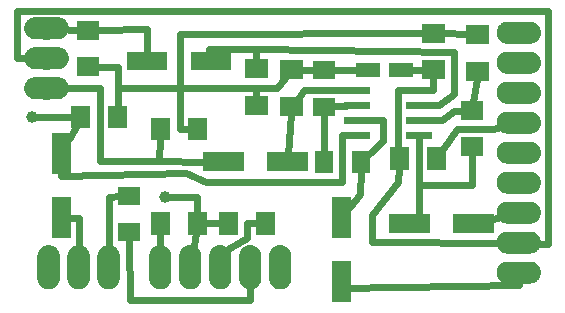
<source format=gtl>
G04 MADE WITH FRITZING*
G04 WWW.FRITZING.ORG*
G04 DOUBLE SIDED*
G04 HOLES PLATED*
G04 CONTOUR ON CENTER OF CONTOUR VECTOR*
%ASAXBY*%
%FSLAX23Y23*%
%MOIN*%
%OFA0B0*%
%SFA1.0B1.0*%
%ADD10C,0.074000*%
%ADD11C,0.039370*%
%ADD12R,0.074803X0.062992*%
%ADD13R,0.062992X0.074803*%
%ADD14R,0.137795X0.062992*%
%ADD15R,0.078740X0.047244*%
%ADD16C,0.024000*%
%ADD17R,0.001000X0.001000*%
%LNCOPPER1*%
G90*
G70*
G54D10*
X334Y194D03*
X234Y194D03*
X134Y194D03*
X1702Y976D03*
X1702Y876D03*
X1702Y776D03*
X1702Y676D03*
X1702Y576D03*
X1702Y476D03*
X1702Y376D03*
X1702Y276D03*
X1702Y176D03*
X507Y194D03*
X607Y194D03*
X707Y194D03*
X807Y194D03*
X907Y194D03*
X128Y991D03*
X128Y891D03*
X128Y791D03*
G54D11*
X521Y430D03*
X78Y696D03*
G54D12*
X1053Y853D03*
X1053Y731D03*
G54D13*
X1053Y548D03*
X1175Y548D03*
G54D14*
X675Y883D03*
X462Y883D03*
G54D15*
X1199Y853D03*
X1309Y853D03*
G54D12*
X403Y312D03*
X403Y434D03*
G54D16*
X1174Y516D02*
X1171Y441D01*
D02*
X1250Y616D02*
X1201Y572D01*
D02*
X1250Y686D02*
X1250Y616D01*
D02*
X1171Y441D02*
X1138Y396D01*
D02*
X1200Y685D02*
X1250Y686D01*
D02*
X1369Y469D02*
X1369Y352D01*
D02*
X1369Y352D02*
X1338Y342D01*
D02*
X1368Y628D02*
X1369Y469D01*
D02*
X1486Y716D02*
X1513Y718D01*
D02*
X1447Y686D02*
X1486Y716D01*
D02*
X1406Y685D02*
X1447Y686D01*
D02*
X1549Y745D02*
X1561Y824D01*
D02*
X1299Y785D02*
X1330Y785D01*
D02*
X1299Y558D02*
X1299Y785D01*
D02*
X1211Y371D02*
X1299Y480D01*
D02*
X1305Y558D02*
X1299Y558D01*
D02*
X1669Y277D02*
X1212Y280D01*
D02*
X1299Y480D02*
X1303Y526D01*
D02*
X1212Y280D02*
X1211Y371D01*
D02*
X1670Y669D02*
X1614Y657D01*
D02*
X1614Y657D02*
X1497Y657D01*
D02*
X1497Y657D02*
X1449Y590D01*
D02*
X1670Y369D02*
X1614Y356D01*
D02*
X1369Y469D02*
X1544Y469D01*
D02*
X1544Y469D02*
X1545Y572D01*
D02*
X1703Y135D02*
X1703Y143D01*
D02*
X1103Y125D02*
X1703Y135D01*
D02*
X1112Y149D02*
X1103Y125D01*
D02*
X1053Y705D02*
X1053Y580D01*
D02*
X985Y785D02*
X964Y757D01*
D02*
X1124Y785D02*
X985Y785D01*
D02*
X1343Y853D02*
X1385Y853D01*
D02*
X933Y574D02*
X943Y705D01*
D02*
X571Y972D02*
X1385Y975D01*
D02*
X976Y853D02*
X1021Y853D01*
D02*
X571Y794D02*
X571Y972D01*
D02*
X297Y863D02*
X365Y863D01*
D02*
X365Y794D02*
X364Y728D01*
D02*
X365Y863D02*
X365Y794D01*
D02*
X161Y792D02*
X304Y794D01*
D02*
X502Y549D02*
X506Y625D01*
D02*
X304Y794D02*
X304Y549D01*
D02*
X304Y549D02*
X502Y549D01*
D02*
X29Y893D02*
X95Y892D01*
D02*
X1800Y1050D02*
X29Y1050D01*
D02*
X29Y1050D02*
X29Y893D01*
D02*
X1736Y275D02*
X1800Y274D01*
D02*
X1800Y274D02*
X1800Y1050D01*
D02*
X161Y990D02*
X234Y987D01*
D02*
X463Y991D02*
X297Y986D01*
D02*
X462Y909D02*
X463Y991D01*
D02*
X591Y509D02*
X177Y499D01*
D02*
X1113Y638D02*
X1113Y480D01*
D02*
X660Y479D02*
X591Y509D01*
D02*
X1113Y480D02*
X660Y479D01*
D02*
X1124Y637D02*
X1113Y638D01*
D02*
X625Y310D02*
X612Y227D01*
D02*
X797Y292D02*
X708Y243D01*
D02*
X797Y342D02*
X797Y292D01*
D02*
X708Y243D02*
X707Y227D01*
D02*
X830Y342D02*
X797Y342D01*
D02*
X656Y342D02*
X708Y342D01*
D02*
X506Y304D02*
X506Y310D01*
D02*
X507Y227D02*
X506Y304D01*
D02*
X629Y430D02*
X540Y430D01*
D02*
X630Y373D02*
X629Y430D01*
D02*
X234Y227D02*
X235Y360D01*
D02*
X235Y360D02*
X203Y361D01*
D02*
X177Y499D02*
X177Y511D01*
D02*
X225Y664D02*
X203Y623D01*
D02*
X502Y549D02*
X655Y548D01*
D02*
X571Y794D02*
X571Y657D01*
D02*
X365Y794D02*
X571Y794D01*
D02*
X571Y657D02*
X604Y657D01*
D02*
X1124Y733D02*
X1085Y732D01*
D02*
X1406Y785D02*
X1416Y785D01*
D02*
X1416Y785D02*
X1417Y827D01*
D02*
X1085Y853D02*
X1165Y853D01*
D02*
X1486Y913D02*
X827Y922D01*
D02*
X827Y922D02*
X827Y883D01*
D02*
X1486Y774D02*
X1486Y913D01*
D02*
X1436Y735D02*
X1486Y774D01*
D02*
X1406Y735D02*
X1436Y735D01*
D02*
X827Y794D02*
X827Y761D01*
D02*
X571Y794D02*
X827Y794D01*
D02*
X669Y922D02*
X671Y909D01*
D02*
X827Y922D02*
X669Y922D01*
D02*
X896Y794D02*
X923Y827D01*
D02*
X827Y794D02*
X896Y794D01*
D02*
X216Y696D02*
X97Y696D01*
D02*
X334Y430D02*
X371Y432D01*
D02*
X334Y227D02*
X334Y430D01*
D02*
X404Y85D02*
X403Y286D01*
D02*
X807Y85D02*
X404Y85D01*
D02*
X807Y161D02*
X807Y85D01*
D02*
X1449Y975D02*
X1533Y972D01*
G36*
X598Y619D02*
X598Y694D01*
X661Y694D01*
X661Y619D01*
X598Y619D01*
G37*
D02*
G36*
X476Y619D02*
X476Y694D01*
X539Y694D01*
X539Y619D01*
X476Y619D01*
G37*
D02*
G36*
X982Y822D02*
X907Y822D01*
X907Y885D01*
X982Y885D01*
X982Y822D01*
G37*
D02*
G36*
X982Y700D02*
X907Y700D01*
X907Y763D01*
X982Y763D01*
X982Y700D01*
G37*
D02*
G36*
X1380Y885D02*
X1454Y885D01*
X1454Y822D01*
X1380Y822D01*
X1380Y885D01*
G37*
D02*
G36*
X1380Y1007D02*
X1454Y1007D01*
X1454Y944D01*
X1380Y944D01*
X1380Y1007D01*
G37*
D02*
G36*
X789Y767D02*
X864Y767D01*
X864Y704D01*
X789Y704D01*
X789Y767D01*
G37*
D02*
G36*
X789Y889D02*
X864Y889D01*
X864Y826D01*
X789Y826D01*
X789Y889D01*
G37*
D02*
G36*
X1602Y940D02*
X1527Y940D01*
X1527Y1003D01*
X1602Y1003D01*
X1602Y940D01*
G37*
D02*
G36*
X1602Y818D02*
X1527Y818D01*
X1527Y881D01*
X1602Y881D01*
X1602Y818D01*
G37*
D02*
G36*
X332Y659D02*
X332Y733D01*
X395Y733D01*
X395Y659D01*
X332Y659D01*
G37*
D02*
G36*
X210Y659D02*
X210Y733D01*
X273Y733D01*
X273Y659D01*
X210Y659D01*
G37*
D02*
G36*
X228Y895D02*
X303Y895D01*
X303Y832D01*
X228Y832D01*
X228Y895D01*
G37*
D02*
G36*
X228Y1017D02*
X303Y1017D01*
X303Y954D01*
X228Y954D01*
X228Y1017D01*
G37*
D02*
G36*
X1508Y629D02*
X1582Y629D01*
X1582Y566D01*
X1508Y566D01*
X1508Y629D01*
G37*
D02*
G36*
X1508Y751D02*
X1582Y751D01*
X1582Y688D01*
X1508Y688D01*
X1508Y751D01*
G37*
D02*
G36*
X1324Y697D02*
X1411Y697D01*
X1411Y673D01*
X1324Y673D01*
X1324Y697D01*
G37*
D02*
G36*
X1118Y647D02*
X1205Y647D01*
X1205Y623D01*
X1118Y623D01*
X1118Y647D01*
G37*
D02*
G36*
X1118Y747D02*
X1205Y747D01*
X1205Y723D01*
X1118Y723D01*
X1118Y747D01*
G37*
D02*
G36*
X1324Y747D02*
X1411Y747D01*
X1411Y723D01*
X1324Y723D01*
X1324Y747D01*
G37*
D02*
G36*
X1118Y697D02*
X1205Y697D01*
X1205Y673D01*
X1118Y673D01*
X1118Y697D01*
G37*
D02*
G36*
X1324Y797D02*
X1411Y797D01*
X1411Y773D01*
X1324Y773D01*
X1324Y797D01*
G37*
D02*
G36*
X1118Y797D02*
X1205Y797D01*
X1205Y773D01*
X1118Y773D01*
X1118Y797D01*
G37*
D02*
G36*
X1324Y647D02*
X1411Y647D01*
X1411Y623D01*
X1324Y623D01*
X1324Y647D01*
G37*
D02*
G36*
X1080Y218D02*
X1143Y218D01*
X1143Y80D01*
X1080Y80D01*
X1080Y218D01*
G37*
D02*
G36*
X1080Y430D02*
X1143Y430D01*
X1143Y292D01*
X1080Y292D01*
X1080Y430D01*
G37*
D02*
G36*
X862Y517D02*
X862Y580D01*
X1000Y580D01*
X1000Y517D01*
X862Y517D01*
G37*
D02*
G36*
X649Y517D02*
X649Y580D01*
X787Y580D01*
X787Y517D01*
X649Y517D01*
G37*
D02*
G36*
X1482Y310D02*
X1482Y373D01*
X1620Y373D01*
X1620Y310D01*
X1482Y310D01*
G37*
D02*
G36*
X1269Y310D02*
X1269Y373D01*
X1407Y373D01*
X1407Y310D01*
X1269Y310D01*
G37*
D02*
G36*
X1395Y521D02*
X1395Y596D01*
X1458Y596D01*
X1458Y521D01*
X1395Y521D01*
G37*
D02*
G36*
X1273Y521D02*
X1273Y596D01*
X1336Y596D01*
X1336Y521D01*
X1273Y521D01*
G37*
D02*
G36*
X208Y505D02*
X145Y505D01*
X145Y643D01*
X208Y643D01*
X208Y505D01*
G37*
D02*
G36*
X208Y292D02*
X145Y292D01*
X145Y430D01*
X208Y430D01*
X208Y292D01*
G37*
D02*
G36*
X825Y304D02*
X825Y379D01*
X888Y379D01*
X888Y304D01*
X825Y304D01*
G37*
D02*
G36*
X702Y304D02*
X702Y379D01*
X765Y379D01*
X765Y304D01*
X702Y304D01*
G37*
D02*
G36*
X598Y304D02*
X598Y379D01*
X661Y379D01*
X661Y304D01*
X598Y304D01*
G37*
D02*
G36*
X476Y304D02*
X476Y379D01*
X539Y379D01*
X539Y304D01*
X476Y304D01*
G37*
D02*
G54D17*
X90Y1029D02*
X164Y1029D01*
X82Y1028D02*
X172Y1028D01*
X79Y1027D02*
X176Y1027D01*
X76Y1026D02*
X178Y1026D01*
X74Y1025D02*
X180Y1025D01*
X72Y1024D02*
X182Y1024D01*
X70Y1023D02*
X184Y1023D01*
X69Y1022D02*
X185Y1022D01*
X68Y1021D02*
X187Y1021D01*
X66Y1020D02*
X188Y1020D01*
X65Y1019D02*
X189Y1019D01*
X64Y1018D02*
X190Y1018D01*
X63Y1017D02*
X191Y1017D01*
X62Y1016D02*
X192Y1016D01*
X62Y1015D02*
X193Y1015D01*
X61Y1014D02*
X126Y1014D01*
X128Y1014D02*
X193Y1014D01*
X1663Y1014D02*
X1740Y1014D01*
X60Y1013D02*
X120Y1013D01*
X134Y1013D02*
X194Y1013D01*
X1656Y1013D02*
X1747Y1013D01*
X60Y1012D02*
X117Y1012D01*
X137Y1012D02*
X195Y1012D01*
X1653Y1012D02*
X1750Y1012D01*
X59Y1011D02*
X116Y1011D01*
X139Y1011D02*
X195Y1011D01*
X1650Y1011D02*
X1752Y1011D01*
X58Y1010D02*
X114Y1010D01*
X140Y1010D02*
X196Y1010D01*
X1648Y1010D02*
X1755Y1010D01*
X58Y1009D02*
X113Y1009D01*
X142Y1009D02*
X196Y1009D01*
X1646Y1009D02*
X1756Y1009D01*
X57Y1008D02*
X112Y1008D01*
X143Y1008D02*
X197Y1008D01*
X1644Y1008D02*
X1758Y1008D01*
X57Y1007D02*
X111Y1007D01*
X144Y1007D02*
X197Y1007D01*
X1643Y1007D02*
X1759Y1007D01*
X56Y1006D02*
X110Y1006D01*
X145Y1006D02*
X198Y1006D01*
X1642Y1006D02*
X1761Y1006D01*
X56Y1005D02*
X109Y1005D01*
X145Y1005D02*
X198Y1005D01*
X1641Y1005D02*
X1762Y1005D01*
X56Y1004D02*
X108Y1004D01*
X146Y1004D02*
X199Y1004D01*
X1639Y1004D02*
X1763Y1004D01*
X55Y1003D02*
X108Y1003D01*
X147Y1003D02*
X199Y1003D01*
X1638Y1003D02*
X1764Y1003D01*
X55Y1002D02*
X107Y1002D01*
X147Y1002D02*
X199Y1002D01*
X1637Y1002D02*
X1765Y1002D01*
X55Y1001D02*
X107Y1001D01*
X148Y1001D02*
X199Y1001D01*
X1637Y1001D02*
X1766Y1001D01*
X55Y1000D02*
X106Y1000D01*
X148Y1000D02*
X200Y1000D01*
X1636Y1000D02*
X1767Y1000D01*
X54Y999D02*
X106Y999D01*
X148Y999D02*
X200Y999D01*
X1635Y999D02*
X1699Y999D01*
X1704Y999D02*
X1768Y999D01*
X54Y998D02*
X105Y998D01*
X149Y998D02*
X200Y998D01*
X1634Y998D02*
X1694Y998D01*
X1709Y998D02*
X1768Y998D01*
X54Y997D02*
X105Y997D01*
X149Y997D02*
X200Y997D01*
X1634Y997D02*
X1691Y997D01*
X1711Y997D02*
X1769Y997D01*
X54Y996D02*
X105Y996D01*
X149Y996D02*
X200Y996D01*
X1633Y996D02*
X1690Y996D01*
X1713Y996D02*
X1770Y996D01*
X54Y995D02*
X105Y995D01*
X149Y995D02*
X200Y995D01*
X1632Y995D02*
X1688Y995D01*
X1715Y995D02*
X1770Y995D01*
X54Y994D02*
X105Y994D01*
X150Y994D02*
X200Y994D01*
X1632Y994D02*
X1687Y994D01*
X1716Y994D02*
X1771Y994D01*
X54Y993D02*
X105Y993D01*
X150Y993D02*
X201Y993D01*
X1631Y993D02*
X1686Y993D01*
X1717Y993D02*
X1771Y993D01*
X54Y992D02*
X105Y992D01*
X150Y992D02*
X201Y992D01*
X1631Y992D02*
X1685Y992D01*
X1718Y992D02*
X1772Y992D01*
X54Y991D02*
X105Y991D01*
X150Y991D02*
X201Y991D01*
X1631Y991D02*
X1684Y991D01*
X1719Y991D02*
X1772Y991D01*
X54Y990D02*
X105Y990D01*
X149Y990D02*
X200Y990D01*
X1630Y990D02*
X1683Y990D01*
X1720Y990D02*
X1772Y990D01*
X54Y989D02*
X105Y989D01*
X149Y989D02*
X200Y989D01*
X1630Y989D02*
X1682Y989D01*
X1720Y989D02*
X1773Y989D01*
X54Y988D02*
X105Y988D01*
X149Y988D02*
X200Y988D01*
X1629Y988D02*
X1682Y988D01*
X1721Y988D02*
X1773Y988D01*
X54Y987D02*
X105Y987D01*
X149Y987D02*
X200Y987D01*
X1629Y987D02*
X1681Y987D01*
X1721Y987D02*
X1773Y987D01*
X54Y986D02*
X105Y986D01*
X149Y986D02*
X200Y986D01*
X1629Y986D02*
X1681Y986D01*
X1722Y986D02*
X1774Y986D01*
X54Y985D02*
X106Y985D01*
X148Y985D02*
X200Y985D01*
X1629Y985D02*
X1680Y985D01*
X1722Y985D02*
X1774Y985D01*
X55Y984D02*
X106Y984D01*
X148Y984D02*
X200Y984D01*
X1628Y984D02*
X1680Y984D01*
X1723Y984D02*
X1774Y984D01*
X55Y983D02*
X107Y983D01*
X148Y983D02*
X199Y983D01*
X1628Y983D02*
X1680Y983D01*
X1723Y983D02*
X1774Y983D01*
X55Y982D02*
X107Y982D01*
X147Y982D02*
X199Y982D01*
X1628Y982D02*
X1679Y982D01*
X1723Y982D02*
X1774Y982D01*
X55Y981D02*
X108Y981D01*
X147Y981D02*
X199Y981D01*
X1628Y981D02*
X1679Y981D01*
X1723Y981D02*
X1775Y981D01*
X56Y980D02*
X108Y980D01*
X146Y980D02*
X199Y980D01*
X1628Y980D02*
X1679Y980D01*
X1724Y980D02*
X1775Y980D01*
X56Y979D02*
X109Y979D01*
X145Y979D02*
X198Y979D01*
X1628Y979D02*
X1679Y979D01*
X1724Y979D02*
X1775Y979D01*
X56Y978D02*
X110Y978D01*
X145Y978D02*
X198Y978D01*
X1628Y978D02*
X1679Y978D01*
X1724Y978D02*
X1775Y978D01*
X57Y977D02*
X111Y977D01*
X144Y977D02*
X197Y977D01*
X1628Y977D02*
X1679Y977D01*
X1724Y977D02*
X1775Y977D01*
X57Y976D02*
X112Y976D01*
X143Y976D02*
X197Y976D01*
X1628Y976D02*
X1679Y976D01*
X1724Y976D02*
X1775Y976D01*
X58Y975D02*
X113Y975D01*
X141Y975D02*
X196Y975D01*
X1628Y975D02*
X1679Y975D01*
X1724Y975D02*
X1775Y975D01*
X58Y974D02*
X114Y974D01*
X140Y974D02*
X196Y974D01*
X1628Y974D02*
X1679Y974D01*
X1724Y974D02*
X1775Y974D01*
X59Y973D02*
X116Y973D01*
X139Y973D02*
X195Y973D01*
X1628Y973D02*
X1679Y973D01*
X1723Y973D02*
X1774Y973D01*
X60Y972D02*
X118Y972D01*
X137Y972D02*
X195Y972D01*
X1628Y972D02*
X1679Y972D01*
X1723Y972D02*
X1774Y972D01*
X60Y971D02*
X120Y971D01*
X134Y971D02*
X194Y971D01*
X1628Y971D02*
X1680Y971D01*
X1723Y971D02*
X1774Y971D01*
X61Y970D02*
X193Y970D01*
X1628Y970D02*
X1680Y970D01*
X1723Y970D02*
X1774Y970D01*
X62Y969D02*
X192Y969D01*
X1629Y969D02*
X1680Y969D01*
X1722Y969D02*
X1774Y969D01*
X63Y968D02*
X192Y968D01*
X1629Y968D02*
X1681Y968D01*
X1722Y968D02*
X1774Y968D01*
X63Y967D02*
X191Y967D01*
X1629Y967D02*
X1681Y967D01*
X1721Y967D02*
X1773Y967D01*
X64Y966D02*
X190Y966D01*
X1629Y966D02*
X1682Y966D01*
X1721Y966D02*
X1773Y966D01*
X65Y965D02*
X189Y965D01*
X1630Y965D02*
X1682Y965D01*
X1720Y965D02*
X1773Y965D01*
X67Y964D02*
X188Y964D01*
X1630Y964D02*
X1683Y964D01*
X1719Y964D02*
X1772Y964D01*
X68Y963D02*
X186Y963D01*
X1631Y963D02*
X1684Y963D01*
X1719Y963D02*
X1772Y963D01*
X69Y962D02*
X185Y962D01*
X1631Y962D02*
X1685Y962D01*
X1718Y962D02*
X1771Y962D01*
X71Y961D02*
X184Y961D01*
X1631Y961D02*
X1686Y961D01*
X1717Y961D02*
X1771Y961D01*
X72Y960D02*
X182Y960D01*
X1632Y960D02*
X1687Y960D01*
X1716Y960D02*
X1771Y960D01*
X74Y959D02*
X180Y959D01*
X1633Y959D02*
X1688Y959D01*
X1714Y959D02*
X1770Y959D01*
X76Y958D02*
X178Y958D01*
X1633Y958D02*
X1690Y958D01*
X1713Y958D02*
X1769Y958D01*
X79Y957D02*
X175Y957D01*
X1634Y957D02*
X1692Y957D01*
X1711Y957D02*
X1769Y957D01*
X82Y956D02*
X172Y956D01*
X1634Y956D02*
X1695Y956D01*
X1708Y956D02*
X1768Y956D01*
X1635Y955D02*
X1767Y955D01*
X1636Y954D02*
X1767Y954D01*
X1637Y953D02*
X1766Y953D01*
X1638Y952D02*
X1765Y952D01*
X1639Y951D02*
X1764Y951D01*
X1640Y950D02*
X1763Y950D01*
X1641Y949D02*
X1762Y949D01*
X1642Y948D02*
X1761Y948D01*
X1643Y947D02*
X1759Y947D01*
X1645Y946D02*
X1758Y946D01*
X1646Y945D02*
X1756Y945D01*
X1648Y944D02*
X1754Y944D01*
X1650Y943D02*
X1752Y943D01*
X1653Y942D02*
X1749Y942D01*
X1657Y941D02*
X1746Y941D01*
X89Y929D02*
X165Y929D01*
X82Y928D02*
X172Y928D01*
X78Y927D02*
X176Y927D01*
X76Y926D02*
X178Y926D01*
X74Y925D02*
X180Y925D01*
X72Y924D02*
X182Y924D01*
X70Y923D02*
X184Y923D01*
X69Y922D02*
X185Y922D01*
X68Y921D02*
X187Y921D01*
X66Y920D02*
X188Y920D01*
X65Y919D02*
X189Y919D01*
X64Y918D02*
X190Y918D01*
X63Y917D02*
X191Y917D01*
X62Y916D02*
X192Y916D01*
X62Y915D02*
X193Y915D01*
X61Y914D02*
X125Y914D01*
X130Y914D02*
X193Y914D01*
X1662Y914D02*
X1741Y914D01*
X60Y913D02*
X120Y913D01*
X134Y913D02*
X194Y913D01*
X1656Y913D02*
X1747Y913D01*
X59Y912D02*
X117Y912D01*
X137Y912D02*
X195Y912D01*
X1652Y912D02*
X1750Y912D01*
X59Y911D02*
X115Y911D01*
X139Y911D02*
X195Y911D01*
X1650Y911D02*
X1753Y911D01*
X58Y910D02*
X114Y910D01*
X140Y910D02*
X196Y910D01*
X1648Y910D02*
X1755Y910D01*
X58Y909D02*
X113Y909D01*
X142Y909D02*
X196Y909D01*
X1646Y909D02*
X1757Y909D01*
X57Y908D02*
X111Y908D01*
X143Y908D02*
X197Y908D01*
X1644Y908D02*
X1758Y908D01*
X57Y907D02*
X110Y907D01*
X144Y907D02*
X197Y907D01*
X1643Y907D02*
X1760Y907D01*
X56Y906D02*
X110Y906D01*
X145Y906D02*
X198Y906D01*
X1642Y906D02*
X1761Y906D01*
X56Y905D02*
X109Y905D01*
X145Y905D02*
X198Y905D01*
X1640Y905D02*
X1762Y905D01*
X56Y904D02*
X108Y904D01*
X146Y904D02*
X199Y904D01*
X1639Y904D02*
X1763Y904D01*
X55Y903D02*
X108Y903D01*
X147Y903D02*
X199Y903D01*
X1638Y903D02*
X1764Y903D01*
X55Y902D02*
X107Y902D01*
X147Y902D02*
X199Y902D01*
X1637Y902D02*
X1765Y902D01*
X55Y901D02*
X107Y901D01*
X148Y901D02*
X199Y901D01*
X1637Y901D02*
X1766Y901D01*
X55Y900D02*
X106Y900D01*
X148Y900D02*
X200Y900D01*
X1636Y900D02*
X1767Y900D01*
X54Y899D02*
X106Y899D01*
X148Y899D02*
X200Y899D01*
X1635Y899D02*
X1698Y899D01*
X1704Y899D02*
X1768Y899D01*
X54Y898D02*
X105Y898D01*
X149Y898D02*
X200Y898D01*
X1634Y898D02*
X1694Y898D01*
X1709Y898D02*
X1768Y898D01*
X54Y897D02*
X105Y897D01*
X149Y897D02*
X200Y897D01*
X1634Y897D02*
X1691Y897D01*
X1711Y897D02*
X1769Y897D01*
X54Y896D02*
X105Y896D01*
X149Y896D02*
X200Y896D01*
X1633Y896D02*
X1689Y896D01*
X1713Y896D02*
X1770Y896D01*
X54Y895D02*
X105Y895D01*
X149Y895D02*
X200Y895D01*
X1632Y895D02*
X1688Y895D01*
X1715Y895D02*
X1770Y895D01*
X54Y894D02*
X105Y894D01*
X150Y894D02*
X200Y894D01*
X1632Y894D02*
X1687Y894D01*
X1716Y894D02*
X1771Y894D01*
X54Y893D02*
X105Y893D01*
X150Y893D02*
X201Y893D01*
X1631Y893D02*
X1686Y893D01*
X1717Y893D02*
X1771Y893D01*
X54Y892D02*
X105Y892D01*
X150Y892D02*
X201Y892D01*
X1631Y892D02*
X1685Y892D01*
X1718Y892D02*
X1772Y892D01*
X54Y891D02*
X105Y891D01*
X150Y891D02*
X201Y891D01*
X1630Y891D02*
X1684Y891D01*
X1719Y891D02*
X1772Y891D01*
X54Y890D02*
X105Y890D01*
X149Y890D02*
X200Y890D01*
X1630Y890D02*
X1683Y890D01*
X1720Y890D02*
X1772Y890D01*
X54Y889D02*
X105Y889D01*
X149Y889D02*
X200Y889D01*
X1630Y889D02*
X1682Y889D01*
X1720Y889D02*
X1773Y889D01*
X54Y888D02*
X105Y888D01*
X149Y888D02*
X200Y888D01*
X1629Y888D02*
X1682Y888D01*
X1721Y888D02*
X1773Y888D01*
X54Y887D02*
X105Y887D01*
X149Y887D02*
X200Y887D01*
X1629Y887D02*
X1681Y887D01*
X1721Y887D02*
X1773Y887D01*
X54Y886D02*
X106Y886D01*
X149Y886D02*
X200Y886D01*
X1629Y886D02*
X1681Y886D01*
X1722Y886D02*
X1774Y886D01*
X54Y885D02*
X106Y885D01*
X148Y885D02*
X200Y885D01*
X1629Y885D02*
X1680Y885D01*
X1722Y885D02*
X1774Y885D01*
X55Y884D02*
X106Y884D01*
X148Y884D02*
X200Y884D01*
X1628Y884D02*
X1680Y884D01*
X1723Y884D02*
X1774Y884D01*
X55Y883D02*
X107Y883D01*
X148Y883D02*
X199Y883D01*
X1628Y883D02*
X1680Y883D01*
X1723Y883D02*
X1774Y883D01*
X55Y882D02*
X107Y882D01*
X147Y882D02*
X199Y882D01*
X1628Y882D02*
X1679Y882D01*
X1723Y882D02*
X1774Y882D01*
X55Y881D02*
X108Y881D01*
X147Y881D02*
X199Y881D01*
X1628Y881D02*
X1679Y881D01*
X1723Y881D02*
X1775Y881D01*
X56Y880D02*
X108Y880D01*
X146Y880D02*
X199Y880D01*
X1628Y880D02*
X1679Y880D01*
X1724Y880D02*
X1775Y880D01*
X56Y879D02*
X109Y879D01*
X145Y879D02*
X198Y879D01*
X1628Y879D02*
X1679Y879D01*
X1724Y879D02*
X1775Y879D01*
X56Y878D02*
X110Y878D01*
X144Y878D02*
X198Y878D01*
X1628Y878D02*
X1679Y878D01*
X1724Y878D02*
X1775Y878D01*
X57Y877D02*
X111Y877D01*
X144Y877D02*
X197Y877D01*
X1628Y877D02*
X1679Y877D01*
X1724Y877D02*
X1775Y877D01*
X57Y876D02*
X112Y876D01*
X143Y876D02*
X197Y876D01*
X1628Y876D02*
X1679Y876D01*
X1724Y876D02*
X1775Y876D01*
X58Y875D02*
X113Y875D01*
X141Y875D02*
X196Y875D01*
X1628Y875D02*
X1679Y875D01*
X1724Y875D02*
X1775Y875D01*
X58Y874D02*
X114Y874D01*
X140Y874D02*
X196Y874D01*
X1628Y874D02*
X1679Y874D01*
X1724Y874D02*
X1775Y874D01*
X59Y873D02*
X116Y873D01*
X138Y873D02*
X195Y873D01*
X1628Y873D02*
X1679Y873D01*
X1723Y873D02*
X1774Y873D01*
X60Y872D02*
X118Y872D01*
X136Y872D02*
X195Y872D01*
X1628Y872D02*
X1679Y872D01*
X1723Y872D02*
X1774Y872D01*
X60Y871D02*
X121Y871D01*
X134Y871D02*
X194Y871D01*
X1628Y871D02*
X1680Y871D01*
X1723Y871D02*
X1774Y871D01*
X61Y870D02*
X193Y870D01*
X1628Y870D02*
X1680Y870D01*
X1723Y870D02*
X1774Y870D01*
X62Y869D02*
X192Y869D01*
X1629Y869D02*
X1680Y869D01*
X1722Y869D02*
X1774Y869D01*
X63Y868D02*
X192Y868D01*
X1629Y868D02*
X1681Y868D01*
X1722Y868D02*
X1774Y868D01*
X64Y867D02*
X191Y867D01*
X1629Y867D02*
X1681Y867D01*
X1721Y867D02*
X1773Y867D01*
X64Y866D02*
X190Y866D01*
X1630Y866D02*
X1682Y866D01*
X1721Y866D02*
X1773Y866D01*
X66Y865D02*
X189Y865D01*
X1630Y865D02*
X1682Y865D01*
X1720Y865D02*
X1773Y865D01*
X67Y864D02*
X188Y864D01*
X1630Y864D02*
X1683Y864D01*
X1719Y864D02*
X1772Y864D01*
X68Y863D02*
X186Y863D01*
X1631Y863D02*
X1684Y863D01*
X1719Y863D02*
X1772Y863D01*
X69Y862D02*
X185Y862D01*
X1631Y862D02*
X1685Y862D01*
X1718Y862D02*
X1771Y862D01*
X71Y861D02*
X184Y861D01*
X1632Y861D02*
X1686Y861D01*
X1717Y861D02*
X1771Y861D01*
X72Y860D02*
X182Y860D01*
X1632Y860D02*
X1687Y860D01*
X1715Y860D02*
X1770Y860D01*
X74Y859D02*
X180Y859D01*
X1633Y859D02*
X1688Y859D01*
X1714Y859D02*
X1770Y859D01*
X76Y858D02*
X178Y858D01*
X1633Y858D02*
X1690Y858D01*
X1713Y858D02*
X1769Y858D01*
X79Y857D02*
X175Y857D01*
X1634Y857D02*
X1692Y857D01*
X1711Y857D02*
X1769Y857D01*
X83Y856D02*
X172Y856D01*
X1634Y856D02*
X1695Y856D01*
X1708Y856D02*
X1768Y856D01*
X1635Y855D02*
X1767Y855D01*
X1636Y854D02*
X1767Y854D01*
X1637Y853D02*
X1766Y853D01*
X1638Y852D02*
X1765Y852D01*
X1639Y851D02*
X1764Y851D01*
X1640Y850D02*
X1763Y850D01*
X1641Y849D02*
X1762Y849D01*
X1642Y848D02*
X1760Y848D01*
X1643Y847D02*
X1759Y847D01*
X1645Y846D02*
X1758Y846D01*
X1647Y845D02*
X1756Y845D01*
X1648Y844D02*
X1754Y844D01*
X1651Y843D02*
X1752Y843D01*
X1653Y842D02*
X1749Y842D01*
X1657Y841D02*
X1745Y841D01*
X87Y829D02*
X167Y829D01*
X81Y828D02*
X173Y828D01*
X78Y827D02*
X176Y827D01*
X76Y826D02*
X179Y826D01*
X74Y825D02*
X181Y825D01*
X72Y824D02*
X182Y824D01*
X70Y823D02*
X184Y823D01*
X69Y822D02*
X185Y822D01*
X67Y821D02*
X187Y821D01*
X66Y820D02*
X188Y820D01*
X65Y819D02*
X189Y819D01*
X64Y818D02*
X190Y818D01*
X63Y817D02*
X191Y817D01*
X62Y816D02*
X192Y816D01*
X62Y815D02*
X193Y815D01*
X61Y814D02*
X124Y814D01*
X130Y814D02*
X193Y814D01*
X1661Y814D02*
X1742Y814D01*
X60Y813D02*
X120Y813D01*
X135Y813D02*
X194Y813D01*
X1655Y813D02*
X1747Y813D01*
X59Y812D02*
X117Y812D01*
X137Y812D02*
X195Y812D01*
X1652Y812D02*
X1750Y812D01*
X59Y811D02*
X115Y811D01*
X139Y811D02*
X195Y811D01*
X1650Y811D02*
X1753Y811D01*
X58Y810D02*
X114Y810D01*
X140Y810D02*
X196Y810D01*
X1648Y810D02*
X1755Y810D01*
X58Y809D02*
X112Y809D01*
X142Y809D02*
X197Y809D01*
X1646Y809D02*
X1757Y809D01*
X57Y808D02*
X111Y808D01*
X143Y808D02*
X197Y808D01*
X1644Y808D02*
X1758Y808D01*
X57Y807D02*
X110Y807D01*
X144Y807D02*
X197Y807D01*
X1643Y807D02*
X1760Y807D01*
X56Y806D02*
X110Y806D01*
X145Y806D02*
X198Y806D01*
X1642Y806D02*
X1761Y806D01*
X56Y805D02*
X109Y805D01*
X145Y805D02*
X198Y805D01*
X1640Y805D02*
X1762Y805D01*
X56Y804D02*
X108Y804D01*
X146Y804D02*
X199Y804D01*
X1639Y804D02*
X1763Y804D01*
X55Y803D02*
X107Y803D01*
X147Y803D02*
X199Y803D01*
X1638Y803D02*
X1764Y803D01*
X55Y802D02*
X107Y802D01*
X147Y802D02*
X199Y802D01*
X1637Y802D02*
X1765Y802D01*
X55Y801D02*
X106Y801D01*
X148Y801D02*
X200Y801D01*
X1636Y801D02*
X1766Y801D01*
X54Y800D02*
X106Y800D01*
X148Y800D02*
X200Y800D01*
X1636Y800D02*
X1767Y800D01*
X54Y799D02*
X106Y799D01*
X149Y799D02*
X200Y799D01*
X1635Y799D02*
X1698Y799D01*
X1705Y799D02*
X1768Y799D01*
X54Y798D02*
X105Y798D01*
X149Y798D02*
X200Y798D01*
X1634Y798D02*
X1694Y798D01*
X1709Y798D02*
X1768Y798D01*
X54Y797D02*
X105Y797D01*
X149Y797D02*
X200Y797D01*
X1634Y797D02*
X1691Y797D01*
X1711Y797D02*
X1769Y797D01*
X54Y796D02*
X105Y796D01*
X149Y796D02*
X200Y796D01*
X1633Y796D02*
X1689Y796D01*
X1713Y796D02*
X1770Y796D01*
X54Y795D02*
X105Y795D01*
X149Y795D02*
X200Y795D01*
X1632Y795D02*
X1688Y795D01*
X1715Y795D02*
X1770Y795D01*
X54Y794D02*
X105Y794D01*
X150Y794D02*
X201Y794D01*
X1632Y794D02*
X1687Y794D01*
X1716Y794D02*
X1771Y794D01*
X54Y793D02*
X105Y793D01*
X150Y793D02*
X201Y793D01*
X1631Y793D02*
X1685Y793D01*
X1717Y793D02*
X1771Y793D01*
X54Y792D02*
X105Y792D01*
X150Y792D02*
X201Y792D01*
X1631Y792D02*
X1684Y792D01*
X1718Y792D02*
X1772Y792D01*
X54Y791D02*
X105Y791D01*
X150Y791D02*
X201Y791D01*
X1630Y791D02*
X1684Y791D01*
X1719Y791D02*
X1772Y791D01*
X54Y790D02*
X105Y790D01*
X149Y790D02*
X201Y790D01*
X1630Y790D02*
X1683Y790D01*
X1720Y790D02*
X1772Y790D01*
X54Y789D02*
X105Y789D01*
X149Y789D02*
X200Y789D01*
X1630Y789D02*
X1682Y789D01*
X1720Y789D02*
X1773Y789D01*
X54Y788D02*
X105Y788D01*
X149Y788D02*
X200Y788D01*
X1629Y788D02*
X1682Y788D01*
X1721Y788D02*
X1773Y788D01*
X54Y787D02*
X105Y787D01*
X149Y787D02*
X200Y787D01*
X1629Y787D02*
X1681Y787D01*
X1721Y787D02*
X1773Y787D01*
X54Y786D02*
X106Y786D01*
X149Y786D02*
X200Y786D01*
X1629Y786D02*
X1681Y786D01*
X1722Y786D02*
X1774Y786D01*
X54Y785D02*
X106Y785D01*
X148Y785D02*
X200Y785D01*
X1629Y785D02*
X1680Y785D01*
X1722Y785D02*
X1774Y785D01*
X55Y784D02*
X106Y784D01*
X148Y784D02*
X200Y784D01*
X1628Y784D02*
X1680Y784D01*
X1723Y784D02*
X1774Y784D01*
X55Y783D02*
X107Y783D01*
X148Y783D02*
X199Y783D01*
X1628Y783D02*
X1680Y783D01*
X1723Y783D02*
X1774Y783D01*
X55Y782D02*
X107Y782D01*
X147Y782D02*
X199Y782D01*
X1628Y782D02*
X1679Y782D01*
X1723Y782D02*
X1774Y782D01*
X55Y781D02*
X108Y781D01*
X147Y781D02*
X199Y781D01*
X1628Y781D02*
X1679Y781D01*
X1723Y781D02*
X1775Y781D01*
X56Y780D02*
X108Y780D01*
X146Y780D02*
X199Y780D01*
X1628Y780D02*
X1679Y780D01*
X1724Y780D02*
X1775Y780D01*
X56Y779D02*
X109Y779D01*
X145Y779D02*
X198Y779D01*
X1628Y779D02*
X1679Y779D01*
X1724Y779D02*
X1775Y779D01*
X56Y778D02*
X110Y778D01*
X144Y778D02*
X198Y778D01*
X1628Y778D02*
X1679Y778D01*
X1724Y778D02*
X1775Y778D01*
X57Y777D02*
X111Y777D01*
X144Y777D02*
X197Y777D01*
X1628Y777D02*
X1679Y777D01*
X1724Y777D02*
X1775Y777D01*
X57Y776D02*
X112Y776D01*
X142Y776D02*
X197Y776D01*
X1628Y776D02*
X1679Y776D01*
X1724Y776D02*
X1775Y776D01*
X58Y775D02*
X113Y775D01*
X141Y775D02*
X196Y775D01*
X1628Y775D02*
X1679Y775D01*
X1724Y775D02*
X1775Y775D01*
X58Y774D02*
X114Y774D01*
X140Y774D02*
X196Y774D01*
X1628Y774D02*
X1679Y774D01*
X1724Y774D02*
X1775Y774D01*
X59Y773D02*
X116Y773D01*
X138Y773D02*
X195Y773D01*
X1628Y773D02*
X1679Y773D01*
X1723Y773D02*
X1774Y773D01*
X60Y772D02*
X118Y772D01*
X136Y772D02*
X195Y772D01*
X1628Y772D02*
X1679Y772D01*
X1723Y772D02*
X1774Y772D01*
X60Y771D02*
X121Y771D01*
X134Y771D02*
X194Y771D01*
X1628Y771D02*
X1680Y771D01*
X1723Y771D02*
X1774Y771D01*
X61Y770D02*
X193Y770D01*
X1629Y770D02*
X1680Y770D01*
X1723Y770D02*
X1774Y770D01*
X62Y769D02*
X192Y769D01*
X1629Y769D02*
X1680Y769D01*
X1722Y769D02*
X1774Y769D01*
X63Y768D02*
X192Y768D01*
X1629Y768D02*
X1681Y768D01*
X1722Y768D02*
X1774Y768D01*
X64Y767D02*
X191Y767D01*
X1629Y767D02*
X1681Y767D01*
X1721Y767D02*
X1773Y767D01*
X65Y766D02*
X190Y766D01*
X1630Y766D02*
X1682Y766D01*
X1721Y766D02*
X1773Y766D01*
X66Y765D02*
X189Y765D01*
X1630Y765D02*
X1682Y765D01*
X1720Y765D02*
X1773Y765D01*
X67Y764D02*
X188Y764D01*
X1630Y764D02*
X1683Y764D01*
X1719Y764D02*
X1772Y764D01*
X68Y763D02*
X186Y763D01*
X1631Y763D02*
X1684Y763D01*
X1719Y763D02*
X1772Y763D01*
X69Y762D02*
X185Y762D01*
X1631Y762D02*
X1685Y762D01*
X1718Y762D02*
X1771Y762D01*
X71Y761D02*
X183Y761D01*
X1632Y761D02*
X1686Y761D01*
X1717Y761D02*
X1771Y761D01*
X72Y760D02*
X182Y760D01*
X1632Y760D02*
X1687Y760D01*
X1715Y760D02*
X1770Y760D01*
X74Y759D02*
X180Y759D01*
X1633Y759D02*
X1688Y759D01*
X1714Y759D02*
X1770Y759D01*
X77Y758D02*
X178Y758D01*
X1633Y758D02*
X1690Y758D01*
X1712Y758D02*
X1769Y758D01*
X79Y757D02*
X175Y757D01*
X1634Y757D02*
X1692Y757D01*
X1710Y757D02*
X1769Y757D01*
X83Y756D02*
X171Y756D01*
X1634Y756D02*
X1695Y756D01*
X1707Y756D02*
X1768Y756D01*
X1635Y755D02*
X1767Y755D01*
X1636Y754D02*
X1767Y754D01*
X1637Y753D02*
X1766Y753D01*
X1638Y752D02*
X1765Y752D01*
X1639Y751D02*
X1764Y751D01*
X1640Y750D02*
X1763Y750D01*
X1641Y749D02*
X1762Y749D01*
X1642Y748D02*
X1760Y748D01*
X1643Y747D02*
X1759Y747D01*
X1645Y746D02*
X1758Y746D01*
X1647Y745D02*
X1756Y745D01*
X1649Y744D02*
X1754Y744D01*
X1651Y743D02*
X1752Y743D01*
X1654Y742D02*
X1749Y742D01*
X1657Y741D02*
X1745Y741D01*
X1660Y714D02*
X1742Y714D01*
X1655Y713D02*
X1747Y713D01*
X1652Y712D02*
X1751Y712D01*
X1650Y711D02*
X1753Y711D01*
X1648Y710D02*
X1755Y710D01*
X1646Y709D02*
X1757Y709D01*
X1644Y708D02*
X1758Y708D01*
X1643Y707D02*
X1760Y707D01*
X1641Y706D02*
X1761Y706D01*
X1640Y705D02*
X1762Y705D01*
X1639Y704D02*
X1763Y704D01*
X1638Y703D02*
X1764Y703D01*
X1637Y702D02*
X1765Y702D01*
X1636Y701D02*
X1766Y701D01*
X1636Y700D02*
X1767Y700D01*
X1635Y699D02*
X1697Y699D01*
X1705Y699D02*
X1768Y699D01*
X1634Y698D02*
X1693Y698D01*
X1709Y698D02*
X1768Y698D01*
X1633Y697D02*
X1691Y697D01*
X1712Y697D02*
X1769Y697D01*
X1633Y696D02*
X1689Y696D01*
X1713Y696D02*
X1770Y696D01*
X1632Y695D02*
X1688Y695D01*
X1715Y695D02*
X1770Y695D01*
X1632Y694D02*
X1686Y694D01*
X1716Y694D02*
X1771Y694D01*
X1631Y693D02*
X1685Y693D01*
X1717Y693D02*
X1771Y693D01*
X1631Y692D02*
X1684Y692D01*
X1718Y692D02*
X1772Y692D01*
X1630Y691D02*
X1684Y691D01*
X1719Y691D02*
X1772Y691D01*
X1630Y690D02*
X1683Y690D01*
X1720Y690D02*
X1772Y690D01*
X1630Y689D02*
X1682Y689D01*
X1720Y689D02*
X1773Y689D01*
X1629Y688D02*
X1682Y688D01*
X1721Y688D02*
X1773Y688D01*
X1629Y687D02*
X1681Y687D01*
X1721Y687D02*
X1773Y687D01*
X1629Y686D02*
X1681Y686D01*
X1722Y686D02*
X1774Y686D01*
X1629Y685D02*
X1680Y685D01*
X1722Y685D02*
X1774Y685D01*
X1628Y684D02*
X1680Y684D01*
X1723Y684D02*
X1774Y684D01*
X1628Y683D02*
X1680Y683D01*
X1723Y683D02*
X1774Y683D01*
X1628Y682D02*
X1679Y682D01*
X1723Y682D02*
X1774Y682D01*
X1628Y681D02*
X1679Y681D01*
X1723Y681D02*
X1775Y681D01*
X1628Y680D02*
X1679Y680D01*
X1724Y680D02*
X1775Y680D01*
X1628Y679D02*
X1679Y679D01*
X1724Y679D02*
X1775Y679D01*
X1628Y678D02*
X1679Y678D01*
X1724Y678D02*
X1775Y678D01*
X1628Y677D02*
X1679Y677D01*
X1724Y677D02*
X1775Y677D01*
X1628Y676D02*
X1679Y676D01*
X1724Y676D02*
X1775Y676D01*
X1628Y675D02*
X1679Y675D01*
X1724Y675D02*
X1775Y675D01*
X1628Y674D02*
X1679Y674D01*
X1723Y674D02*
X1775Y674D01*
X1628Y673D02*
X1679Y673D01*
X1723Y673D02*
X1774Y673D01*
X1628Y672D02*
X1679Y672D01*
X1723Y672D02*
X1774Y672D01*
X1628Y671D02*
X1680Y671D01*
X1723Y671D02*
X1774Y671D01*
X1629Y670D02*
X1680Y670D01*
X1722Y670D02*
X1774Y670D01*
X1629Y669D02*
X1680Y669D01*
X1722Y669D02*
X1774Y669D01*
X1629Y668D02*
X1681Y668D01*
X1722Y668D02*
X1774Y668D01*
X1629Y667D02*
X1681Y667D01*
X1721Y667D02*
X1773Y667D01*
X1630Y666D02*
X1682Y666D01*
X1721Y666D02*
X1773Y666D01*
X1630Y665D02*
X1683Y665D01*
X1720Y665D02*
X1773Y665D01*
X1630Y664D02*
X1683Y664D01*
X1719Y664D02*
X1772Y664D01*
X1631Y663D02*
X1684Y663D01*
X1718Y663D02*
X1772Y663D01*
X1631Y662D02*
X1685Y662D01*
X1718Y662D02*
X1771Y662D01*
X1632Y661D02*
X1686Y661D01*
X1717Y661D02*
X1771Y661D01*
X1632Y660D02*
X1687Y660D01*
X1715Y660D02*
X1770Y660D01*
X1633Y659D02*
X1689Y659D01*
X1714Y659D02*
X1770Y659D01*
X1633Y658D02*
X1690Y658D01*
X1712Y658D02*
X1769Y658D01*
X1634Y657D02*
X1692Y657D01*
X1710Y657D02*
X1769Y657D01*
X1635Y656D02*
X1695Y656D01*
X1707Y656D02*
X1768Y656D01*
X1635Y655D02*
X1767Y655D01*
X1636Y654D02*
X1766Y654D01*
X1637Y653D02*
X1766Y653D01*
X1638Y652D02*
X1765Y652D01*
X1639Y651D02*
X1764Y651D01*
X1640Y650D02*
X1763Y650D01*
X1641Y649D02*
X1762Y649D01*
X1642Y648D02*
X1760Y648D01*
X1644Y647D02*
X1759Y647D01*
X1645Y646D02*
X1757Y646D01*
X1647Y645D02*
X1756Y645D01*
X1649Y644D02*
X1754Y644D01*
X1651Y643D02*
X1752Y643D01*
X1654Y642D02*
X1749Y642D01*
X1658Y641D02*
X1745Y641D01*
X1660Y614D02*
X1743Y614D01*
X1655Y613D02*
X1748Y613D01*
X1652Y612D02*
X1751Y612D01*
X1649Y611D02*
X1753Y611D01*
X1647Y610D02*
X1755Y610D01*
X1646Y609D02*
X1757Y609D01*
X1644Y608D02*
X1758Y608D01*
X1643Y607D02*
X1760Y607D01*
X1641Y606D02*
X1761Y606D01*
X1640Y605D02*
X1762Y605D01*
X1639Y604D02*
X1763Y604D01*
X1638Y603D02*
X1764Y603D01*
X1637Y602D02*
X1765Y602D01*
X1636Y601D02*
X1766Y601D01*
X1636Y600D02*
X1767Y600D01*
X1635Y599D02*
X1697Y599D01*
X1706Y599D02*
X1768Y599D01*
X1634Y598D02*
X1693Y598D01*
X1709Y598D02*
X1768Y598D01*
X1633Y597D02*
X1691Y597D01*
X1712Y597D02*
X1769Y597D01*
X1633Y596D02*
X1689Y596D01*
X1713Y596D02*
X1770Y596D01*
X1632Y595D02*
X1688Y595D01*
X1715Y595D02*
X1770Y595D01*
X1632Y594D02*
X1686Y594D01*
X1716Y594D02*
X1771Y594D01*
X1631Y593D02*
X1685Y593D01*
X1717Y593D02*
X1771Y593D01*
X1631Y592D02*
X1684Y592D01*
X1718Y592D02*
X1772Y592D01*
X1630Y591D02*
X1684Y591D01*
X1719Y591D02*
X1772Y591D01*
X1630Y590D02*
X1683Y590D01*
X1720Y590D02*
X1772Y590D01*
X1630Y589D02*
X1682Y589D01*
X1720Y589D02*
X1773Y589D01*
X1629Y588D02*
X1682Y588D01*
X1721Y588D02*
X1773Y588D01*
X1629Y587D02*
X1681Y587D01*
X1722Y587D02*
X1773Y587D01*
X1629Y586D02*
X1681Y586D01*
X1722Y586D02*
X1774Y586D01*
X1629Y585D02*
X1680Y585D01*
X1722Y585D02*
X1774Y585D01*
X1628Y584D02*
X1680Y584D01*
X1723Y584D02*
X1774Y584D01*
X1628Y583D02*
X1679Y583D01*
X1723Y583D02*
X1774Y583D01*
X1628Y582D02*
X1679Y582D01*
X1723Y582D02*
X1774Y582D01*
X1628Y581D02*
X1679Y581D01*
X1723Y581D02*
X1775Y581D01*
X1628Y580D02*
X1679Y580D01*
X1724Y580D02*
X1775Y580D01*
X1628Y579D02*
X1679Y579D01*
X1724Y579D02*
X1775Y579D01*
X1628Y578D02*
X1679Y578D01*
X1724Y578D02*
X1775Y578D01*
X1628Y577D02*
X1679Y577D01*
X1724Y577D02*
X1775Y577D01*
X1628Y576D02*
X1679Y576D01*
X1724Y576D02*
X1775Y576D01*
X1628Y575D02*
X1679Y575D01*
X1724Y575D02*
X1775Y575D01*
X1628Y574D02*
X1679Y574D01*
X1723Y574D02*
X1775Y574D01*
X1628Y573D02*
X1679Y573D01*
X1723Y573D02*
X1774Y573D01*
X1628Y572D02*
X1679Y572D01*
X1723Y572D02*
X1774Y572D01*
X1628Y571D02*
X1680Y571D01*
X1723Y571D02*
X1774Y571D01*
X1629Y570D02*
X1680Y570D01*
X1722Y570D02*
X1774Y570D01*
X1629Y569D02*
X1680Y569D01*
X1722Y569D02*
X1774Y569D01*
X1629Y568D02*
X1681Y568D01*
X1722Y568D02*
X1774Y568D01*
X1629Y567D02*
X1681Y567D01*
X1721Y567D02*
X1773Y567D01*
X1630Y566D02*
X1682Y566D01*
X1721Y566D02*
X1773Y566D01*
X1630Y565D02*
X1683Y565D01*
X1720Y565D02*
X1773Y565D01*
X1630Y564D02*
X1683Y564D01*
X1719Y564D02*
X1772Y564D01*
X1631Y563D02*
X1684Y563D01*
X1718Y563D02*
X1772Y563D01*
X1631Y562D02*
X1685Y562D01*
X1717Y562D02*
X1771Y562D01*
X1632Y561D02*
X1686Y561D01*
X1716Y561D02*
X1771Y561D01*
X1632Y560D02*
X1687Y560D01*
X1715Y560D02*
X1770Y560D01*
X1633Y559D02*
X1689Y559D01*
X1714Y559D02*
X1770Y559D01*
X1633Y558D02*
X1690Y558D01*
X1712Y558D02*
X1769Y558D01*
X1634Y557D02*
X1692Y557D01*
X1710Y557D02*
X1769Y557D01*
X1635Y556D02*
X1696Y556D01*
X1707Y556D02*
X1768Y556D01*
X1635Y555D02*
X1767Y555D01*
X1636Y554D02*
X1766Y554D01*
X1637Y553D02*
X1766Y553D01*
X1638Y552D02*
X1765Y552D01*
X1639Y551D02*
X1764Y551D01*
X1640Y550D02*
X1763Y550D01*
X1641Y549D02*
X1761Y549D01*
X1642Y548D02*
X1760Y548D01*
X1644Y547D02*
X1759Y547D01*
X1645Y546D02*
X1757Y546D01*
X1647Y545D02*
X1756Y545D01*
X1649Y544D02*
X1754Y544D01*
X1651Y543D02*
X1751Y543D01*
X1654Y542D02*
X1749Y542D01*
X1658Y541D02*
X1744Y541D01*
X1659Y514D02*
X1743Y514D01*
X1655Y513D02*
X1748Y513D01*
X1652Y512D02*
X1751Y512D01*
X1649Y511D02*
X1753Y511D01*
X1647Y510D02*
X1755Y510D01*
X1646Y509D02*
X1757Y509D01*
X1644Y508D02*
X1759Y508D01*
X1643Y507D02*
X1760Y507D01*
X1641Y506D02*
X1761Y506D01*
X1640Y505D02*
X1762Y505D01*
X1639Y504D02*
X1763Y504D01*
X1638Y503D02*
X1764Y503D01*
X1637Y502D02*
X1765Y502D01*
X1636Y501D02*
X1766Y501D01*
X1635Y500D02*
X1767Y500D01*
X1635Y499D02*
X1697Y499D01*
X1706Y499D02*
X1768Y499D01*
X1634Y498D02*
X1693Y498D01*
X1710Y498D02*
X1768Y498D01*
X1633Y497D02*
X1691Y497D01*
X1712Y497D02*
X1769Y497D01*
X1633Y496D02*
X1689Y496D01*
X1714Y496D02*
X1770Y496D01*
X1632Y495D02*
X1688Y495D01*
X1715Y495D02*
X1770Y495D01*
X1632Y494D02*
X1686Y494D01*
X1716Y494D02*
X1771Y494D01*
X1631Y493D02*
X1685Y493D01*
X1717Y493D02*
X1771Y493D01*
X1631Y492D02*
X1684Y492D01*
X1718Y492D02*
X1772Y492D01*
X1630Y491D02*
X1683Y491D01*
X1719Y491D02*
X1772Y491D01*
X1630Y490D02*
X1683Y490D01*
X1720Y490D02*
X1773Y490D01*
X1630Y489D02*
X1682Y489D01*
X1720Y489D02*
X1773Y489D01*
X1629Y488D02*
X1681Y488D01*
X1721Y488D02*
X1773Y488D01*
X1629Y487D02*
X1681Y487D01*
X1722Y487D02*
X1773Y487D01*
X1629Y486D02*
X1681Y486D01*
X1722Y486D02*
X1774Y486D01*
X1629Y485D02*
X1680Y485D01*
X1722Y485D02*
X1774Y485D01*
X1628Y484D02*
X1680Y484D01*
X1723Y484D02*
X1774Y484D01*
X1628Y483D02*
X1679Y483D01*
X1723Y483D02*
X1774Y483D01*
X1628Y482D02*
X1679Y482D01*
X1723Y482D02*
X1774Y482D01*
X1628Y481D02*
X1679Y481D01*
X1723Y481D02*
X1775Y481D01*
X1628Y480D02*
X1679Y480D01*
X1724Y480D02*
X1775Y480D01*
X1628Y479D02*
X1679Y479D01*
X1724Y479D02*
X1775Y479D01*
X1628Y478D02*
X1679Y478D01*
X1724Y478D02*
X1775Y478D01*
X1628Y477D02*
X1679Y477D01*
X1724Y477D02*
X1775Y477D01*
X1628Y476D02*
X1679Y476D01*
X1724Y476D02*
X1775Y476D01*
X1628Y475D02*
X1679Y475D01*
X1724Y475D02*
X1775Y475D01*
X1628Y474D02*
X1679Y474D01*
X1723Y474D02*
X1775Y474D01*
X1628Y473D02*
X1679Y473D01*
X1723Y473D02*
X1774Y473D01*
X1628Y472D02*
X1679Y472D01*
X1723Y472D02*
X1774Y472D01*
X1628Y471D02*
X1680Y471D01*
X1723Y471D02*
X1774Y471D01*
X1629Y470D02*
X1680Y470D01*
X1722Y470D02*
X1774Y470D01*
X1629Y469D02*
X1680Y469D01*
X1722Y469D02*
X1774Y469D01*
X1629Y468D02*
X1681Y468D01*
X1722Y468D02*
X1773Y468D01*
X1629Y467D02*
X1681Y467D01*
X1721Y467D02*
X1773Y467D01*
X1630Y466D02*
X1682Y466D01*
X1721Y466D02*
X1773Y466D01*
X1630Y465D02*
X1683Y465D01*
X1720Y465D02*
X1773Y465D01*
X1630Y464D02*
X1683Y464D01*
X1719Y464D02*
X1772Y464D01*
X1631Y463D02*
X1684Y463D01*
X1718Y463D02*
X1772Y463D01*
X1631Y462D02*
X1685Y462D01*
X1717Y462D02*
X1771Y462D01*
X1632Y461D02*
X1686Y461D01*
X1716Y461D02*
X1771Y461D01*
X1632Y460D02*
X1687Y460D01*
X1715Y460D02*
X1770Y460D01*
X1633Y459D02*
X1689Y459D01*
X1714Y459D02*
X1770Y459D01*
X1633Y458D02*
X1690Y458D01*
X1712Y458D02*
X1769Y458D01*
X1634Y457D02*
X1693Y457D01*
X1710Y457D02*
X1769Y457D01*
X1635Y456D02*
X1696Y456D01*
X1707Y456D02*
X1768Y456D01*
X1635Y455D02*
X1767Y455D01*
X1636Y454D02*
X1766Y454D01*
X1637Y453D02*
X1765Y453D01*
X1638Y452D02*
X1765Y452D01*
X1639Y451D02*
X1764Y451D01*
X1640Y450D02*
X1763Y450D01*
X1641Y449D02*
X1761Y449D01*
X1642Y448D02*
X1760Y448D01*
X1644Y447D02*
X1759Y447D01*
X1645Y446D02*
X1757Y446D01*
X1647Y445D02*
X1755Y445D01*
X1649Y444D02*
X1754Y444D01*
X1651Y443D02*
X1751Y443D01*
X1654Y442D02*
X1748Y442D01*
X1658Y441D02*
X1744Y441D01*
X1659Y414D02*
X1744Y414D01*
X1654Y413D02*
X1748Y413D01*
X1651Y412D02*
X1751Y412D01*
X1649Y411D02*
X1753Y411D01*
X1647Y410D02*
X1755Y410D01*
X1645Y409D02*
X1757Y409D01*
X1644Y408D02*
X1759Y408D01*
X1642Y407D02*
X1760Y407D01*
X1641Y406D02*
X1761Y406D01*
X1640Y405D02*
X1762Y405D01*
X1639Y404D02*
X1764Y404D01*
X1638Y403D02*
X1764Y403D01*
X1637Y402D02*
X1765Y402D01*
X1636Y401D02*
X1766Y401D01*
X1635Y400D02*
X1767Y400D01*
X1635Y399D02*
X1696Y399D01*
X1706Y399D02*
X1768Y399D01*
X1634Y398D02*
X1693Y398D01*
X1710Y398D02*
X1769Y398D01*
X1633Y397D02*
X1691Y397D01*
X1712Y397D02*
X1769Y397D01*
X1633Y396D02*
X1689Y396D01*
X1714Y396D02*
X1770Y396D01*
X1632Y395D02*
X1687Y395D01*
X1715Y395D02*
X1770Y395D01*
X1632Y394D02*
X1686Y394D01*
X1716Y394D02*
X1771Y394D01*
X1631Y393D02*
X1685Y393D01*
X1717Y393D02*
X1771Y393D01*
X1631Y392D02*
X1684Y392D01*
X1718Y392D02*
X1772Y392D01*
X1630Y391D02*
X1683Y391D01*
X1719Y391D02*
X1772Y391D01*
X1630Y390D02*
X1683Y390D01*
X1720Y390D02*
X1773Y390D01*
X1630Y389D02*
X1682Y389D01*
X1720Y389D02*
X1773Y389D01*
X1629Y388D02*
X1681Y388D01*
X1721Y388D02*
X1773Y388D01*
X1629Y387D02*
X1681Y387D01*
X1722Y387D02*
X1773Y387D01*
X1629Y386D02*
X1680Y386D01*
X1722Y386D02*
X1774Y386D01*
X1629Y385D02*
X1680Y385D01*
X1722Y385D02*
X1774Y385D01*
X1628Y384D02*
X1680Y384D01*
X1723Y384D02*
X1774Y384D01*
X1628Y383D02*
X1679Y383D01*
X1723Y383D02*
X1774Y383D01*
X1628Y382D02*
X1679Y382D01*
X1723Y382D02*
X1774Y382D01*
X1628Y381D02*
X1679Y381D01*
X1723Y381D02*
X1775Y381D01*
X1628Y380D02*
X1679Y380D01*
X1724Y380D02*
X1775Y380D01*
X1628Y379D02*
X1679Y379D01*
X1724Y379D02*
X1775Y379D01*
X1628Y378D02*
X1679Y378D01*
X1724Y378D02*
X1775Y378D01*
X1628Y377D02*
X1679Y377D01*
X1724Y377D02*
X1775Y377D01*
X1628Y376D02*
X1679Y376D01*
X1724Y376D02*
X1775Y376D01*
X1628Y375D02*
X1679Y375D01*
X1724Y375D02*
X1775Y375D01*
X1628Y374D02*
X1679Y374D01*
X1723Y374D02*
X1775Y374D01*
X1628Y373D02*
X1679Y373D01*
X1723Y373D02*
X1774Y373D01*
X1628Y372D02*
X1679Y372D01*
X1723Y372D02*
X1774Y372D01*
X1628Y371D02*
X1680Y371D01*
X1723Y371D02*
X1774Y371D01*
X1629Y370D02*
X1680Y370D01*
X1722Y370D02*
X1774Y370D01*
X1629Y369D02*
X1680Y369D01*
X1722Y369D02*
X1774Y369D01*
X1629Y368D02*
X1681Y368D01*
X1722Y368D02*
X1773Y368D01*
X1629Y367D02*
X1681Y367D01*
X1721Y367D02*
X1773Y367D01*
X1630Y366D02*
X1682Y366D01*
X1720Y366D02*
X1773Y366D01*
X1630Y365D02*
X1683Y365D01*
X1720Y365D02*
X1773Y365D01*
X1630Y364D02*
X1683Y364D01*
X1719Y364D02*
X1772Y364D01*
X1631Y363D02*
X1684Y363D01*
X1718Y363D02*
X1772Y363D01*
X1631Y362D02*
X1685Y362D01*
X1717Y362D02*
X1771Y362D01*
X1632Y361D02*
X1686Y361D01*
X1716Y361D02*
X1771Y361D01*
X1632Y360D02*
X1687Y360D01*
X1715Y360D02*
X1770Y360D01*
X1633Y359D02*
X1689Y359D01*
X1714Y359D02*
X1770Y359D01*
X1633Y358D02*
X1691Y358D01*
X1712Y358D02*
X1769Y358D01*
X1634Y357D02*
X1693Y357D01*
X1710Y357D02*
X1769Y357D01*
X1635Y356D02*
X1696Y356D01*
X1706Y356D02*
X1768Y356D01*
X1635Y355D02*
X1767Y355D01*
X1636Y354D02*
X1766Y354D01*
X1637Y353D02*
X1765Y353D01*
X1638Y352D02*
X1765Y352D01*
X1639Y351D02*
X1764Y351D01*
X1640Y350D02*
X1762Y350D01*
X1641Y349D02*
X1761Y349D01*
X1642Y348D02*
X1760Y348D01*
X1644Y347D02*
X1759Y347D01*
X1645Y346D02*
X1757Y346D01*
X1647Y345D02*
X1755Y345D01*
X1649Y344D02*
X1753Y344D01*
X1651Y343D02*
X1751Y343D01*
X1654Y342D02*
X1748Y342D01*
X1659Y341D02*
X1744Y341D01*
X1658Y314D02*
X1744Y314D01*
X1654Y313D02*
X1748Y313D01*
X1651Y312D02*
X1751Y312D01*
X1649Y311D02*
X1754Y311D01*
X1647Y310D02*
X1756Y310D01*
X1645Y309D02*
X1757Y309D01*
X1644Y308D02*
X1759Y308D01*
X1642Y307D02*
X1760Y307D01*
X1641Y306D02*
X1761Y306D01*
X1640Y305D02*
X1763Y305D01*
X1639Y304D02*
X1764Y304D01*
X1638Y303D02*
X1765Y303D01*
X1637Y302D02*
X1765Y302D01*
X1636Y301D02*
X1766Y301D01*
X1635Y300D02*
X1767Y300D01*
X1635Y299D02*
X1696Y299D01*
X1707Y299D02*
X1768Y299D01*
X1634Y298D02*
X1693Y298D01*
X1710Y298D02*
X1769Y298D01*
X1633Y297D02*
X1690Y297D01*
X1712Y297D02*
X1769Y297D01*
X1633Y296D02*
X1689Y296D01*
X1714Y296D02*
X1770Y296D01*
X1632Y295D02*
X1687Y295D01*
X1715Y295D02*
X1770Y295D01*
X1632Y294D02*
X1686Y294D01*
X1716Y294D02*
X1771Y294D01*
X1631Y293D02*
X1685Y293D01*
X1717Y293D02*
X1771Y293D01*
X1631Y292D02*
X1684Y292D01*
X1718Y292D02*
X1772Y292D01*
X1630Y291D02*
X1683Y291D01*
X1719Y291D02*
X1772Y291D01*
X1630Y290D02*
X1683Y290D01*
X1720Y290D02*
X1773Y290D01*
X1630Y289D02*
X1682Y289D01*
X1721Y289D02*
X1773Y289D01*
X1629Y288D02*
X1681Y288D01*
X1721Y288D02*
X1773Y288D01*
X1629Y287D02*
X1681Y287D01*
X1722Y287D02*
X1773Y287D01*
X1629Y286D02*
X1680Y286D01*
X1722Y286D02*
X1774Y286D01*
X1629Y285D02*
X1680Y285D01*
X1722Y285D02*
X1774Y285D01*
X1628Y284D02*
X1680Y284D01*
X1723Y284D02*
X1774Y284D01*
X1628Y283D02*
X1679Y283D01*
X1723Y283D02*
X1774Y283D01*
X1628Y282D02*
X1679Y282D01*
X1723Y282D02*
X1774Y282D01*
X1628Y281D02*
X1679Y281D01*
X1723Y281D02*
X1775Y281D01*
X1628Y280D02*
X1679Y280D01*
X1724Y280D02*
X1775Y280D01*
X1628Y279D02*
X1679Y279D01*
X1724Y279D02*
X1775Y279D01*
X1628Y278D02*
X1679Y278D01*
X1724Y278D02*
X1775Y278D01*
X1628Y277D02*
X1679Y277D01*
X1724Y277D02*
X1775Y277D01*
X1628Y276D02*
X1679Y276D01*
X1724Y276D02*
X1775Y276D01*
X1628Y275D02*
X1679Y275D01*
X1724Y275D02*
X1775Y275D01*
X1628Y274D02*
X1679Y274D01*
X1723Y274D02*
X1775Y274D01*
X1628Y273D02*
X1679Y273D01*
X1723Y273D02*
X1774Y273D01*
X1628Y272D02*
X1679Y272D01*
X1723Y272D02*
X1774Y272D01*
X1628Y271D02*
X1680Y271D01*
X1723Y271D02*
X1774Y271D01*
X1629Y270D02*
X1680Y270D01*
X1722Y270D02*
X1774Y270D01*
X130Y269D02*
X138Y269D01*
X230Y269D02*
X238Y269D01*
X330Y269D02*
X338Y269D01*
X502Y269D02*
X510Y269D01*
X602Y269D02*
X610Y269D01*
X702Y269D02*
X710Y269D01*
X802Y269D02*
X810Y269D01*
X902Y269D02*
X910Y269D01*
X1629Y269D02*
X1681Y269D01*
X1722Y269D02*
X1774Y269D01*
X125Y268D02*
X143Y268D01*
X225Y268D02*
X243Y268D01*
X325Y268D02*
X343Y268D01*
X497Y268D02*
X515Y268D01*
X597Y268D02*
X615Y268D01*
X697Y268D02*
X715Y268D01*
X797Y268D02*
X815Y268D01*
X897Y268D02*
X915Y268D01*
X1629Y268D02*
X1681Y268D01*
X1722Y268D02*
X1773Y268D01*
X121Y267D02*
X146Y267D01*
X221Y267D02*
X246Y267D01*
X321Y267D02*
X346Y267D01*
X494Y267D02*
X518Y267D01*
X594Y267D02*
X618Y267D01*
X694Y267D02*
X718Y267D01*
X794Y267D02*
X818Y267D01*
X894Y267D02*
X918Y267D01*
X1629Y267D02*
X1681Y267D01*
X1721Y267D02*
X1773Y267D01*
X119Y266D02*
X149Y266D01*
X219Y266D02*
X249Y266D01*
X319Y266D02*
X348Y266D01*
X491Y266D02*
X521Y266D01*
X591Y266D02*
X621Y266D01*
X691Y266D02*
X721Y266D01*
X791Y266D02*
X821Y266D01*
X891Y266D02*
X921Y266D01*
X1630Y266D02*
X1682Y266D01*
X1720Y266D02*
X1773Y266D01*
X117Y265D02*
X151Y265D01*
X217Y265D02*
X251Y265D01*
X317Y265D02*
X351Y265D01*
X489Y265D02*
X523Y265D01*
X589Y265D02*
X623Y265D01*
X689Y265D02*
X723Y265D01*
X789Y265D02*
X823Y265D01*
X889Y265D02*
X923Y265D01*
X1630Y265D02*
X1683Y265D01*
X1720Y265D02*
X1773Y265D01*
X115Y264D02*
X152Y264D01*
X215Y264D02*
X252Y264D01*
X315Y264D02*
X352Y264D01*
X488Y264D02*
X525Y264D01*
X587Y264D02*
X625Y264D01*
X687Y264D02*
X725Y264D01*
X787Y264D02*
X825Y264D01*
X887Y264D02*
X924Y264D01*
X1630Y264D02*
X1683Y264D01*
X1719Y264D02*
X1772Y264D01*
X114Y263D02*
X154Y263D01*
X214Y263D02*
X254Y263D01*
X314Y263D02*
X354Y263D01*
X486Y263D02*
X526Y263D01*
X586Y263D02*
X626Y263D01*
X686Y263D02*
X726Y263D01*
X786Y263D02*
X826Y263D01*
X886Y263D02*
X926Y263D01*
X1631Y263D02*
X1684Y263D01*
X1718Y263D02*
X1772Y263D01*
X112Y262D02*
X155Y262D01*
X212Y262D02*
X255Y262D01*
X312Y262D02*
X355Y262D01*
X485Y262D02*
X528Y262D01*
X585Y262D02*
X628Y262D01*
X684Y262D02*
X728Y262D01*
X784Y262D02*
X828Y262D01*
X884Y262D02*
X927Y262D01*
X1631Y262D02*
X1685Y262D01*
X1717Y262D02*
X1771Y262D01*
X111Y261D02*
X157Y261D01*
X211Y261D02*
X257Y261D01*
X311Y261D02*
X357Y261D01*
X483Y261D02*
X529Y261D01*
X583Y261D02*
X629Y261D01*
X683Y261D02*
X729Y261D01*
X783Y261D02*
X829Y261D01*
X883Y261D02*
X929Y261D01*
X1632Y261D02*
X1686Y261D01*
X1716Y261D02*
X1771Y261D01*
X110Y260D02*
X158Y260D01*
X210Y260D02*
X258Y260D01*
X310Y260D02*
X358Y260D01*
X482Y260D02*
X530Y260D01*
X582Y260D02*
X630Y260D01*
X682Y260D02*
X730Y260D01*
X782Y260D02*
X830Y260D01*
X882Y260D02*
X930Y260D01*
X1632Y260D02*
X1688Y260D01*
X1715Y260D02*
X1770Y260D01*
X109Y259D02*
X159Y259D01*
X209Y259D02*
X259Y259D01*
X309Y259D02*
X359Y259D01*
X481Y259D02*
X531Y259D01*
X581Y259D02*
X631Y259D01*
X681Y259D02*
X731Y259D01*
X781Y259D02*
X831Y259D01*
X881Y259D02*
X931Y259D01*
X1633Y259D02*
X1689Y259D01*
X1714Y259D02*
X1770Y259D01*
X108Y258D02*
X160Y258D01*
X208Y258D02*
X260Y258D01*
X308Y258D02*
X360Y258D01*
X480Y258D02*
X532Y258D01*
X580Y258D02*
X632Y258D01*
X680Y258D02*
X732Y258D01*
X780Y258D02*
X832Y258D01*
X880Y258D02*
X932Y258D01*
X1633Y258D02*
X1691Y258D01*
X1712Y258D02*
X1769Y258D01*
X107Y257D02*
X161Y257D01*
X207Y257D02*
X261Y257D01*
X307Y257D02*
X361Y257D01*
X479Y257D02*
X533Y257D01*
X579Y257D02*
X633Y257D01*
X679Y257D02*
X733Y257D01*
X779Y257D02*
X833Y257D01*
X879Y257D02*
X933Y257D01*
X1634Y257D02*
X1693Y257D01*
X1710Y257D02*
X1768Y257D01*
X106Y256D02*
X162Y256D01*
X206Y256D02*
X262Y256D01*
X306Y256D02*
X362Y256D01*
X478Y256D02*
X534Y256D01*
X578Y256D02*
X634Y256D01*
X678Y256D02*
X734Y256D01*
X778Y256D02*
X834Y256D01*
X878Y256D02*
X934Y256D01*
X1635Y256D02*
X1697Y256D01*
X1706Y256D02*
X1768Y256D01*
X105Y255D02*
X163Y255D01*
X205Y255D02*
X262Y255D01*
X305Y255D02*
X362Y255D01*
X477Y255D02*
X535Y255D01*
X577Y255D02*
X635Y255D01*
X677Y255D02*
X735Y255D01*
X777Y255D02*
X835Y255D01*
X877Y255D02*
X935Y255D01*
X1635Y255D02*
X1767Y255D01*
X104Y254D02*
X163Y254D01*
X204Y254D02*
X263Y254D01*
X304Y254D02*
X363Y254D01*
X477Y254D02*
X536Y254D01*
X577Y254D02*
X636Y254D01*
X677Y254D02*
X735Y254D01*
X777Y254D02*
X835Y254D01*
X876Y254D02*
X935Y254D01*
X1636Y254D02*
X1766Y254D01*
X104Y253D02*
X164Y253D01*
X204Y253D02*
X264Y253D01*
X304Y253D02*
X364Y253D01*
X476Y253D02*
X536Y253D01*
X576Y253D02*
X636Y253D01*
X676Y253D02*
X736Y253D01*
X776Y253D02*
X836Y253D01*
X876Y253D02*
X936Y253D01*
X1637Y253D02*
X1765Y253D01*
X103Y252D02*
X165Y252D01*
X203Y252D02*
X265Y252D01*
X303Y252D02*
X365Y252D01*
X475Y252D02*
X537Y252D01*
X575Y252D02*
X637Y252D01*
X675Y252D02*
X737Y252D01*
X775Y252D02*
X837Y252D01*
X875Y252D02*
X937Y252D01*
X1638Y252D02*
X1764Y252D01*
X102Y251D02*
X165Y251D01*
X202Y251D02*
X265Y251D01*
X302Y251D02*
X365Y251D01*
X475Y251D02*
X537Y251D01*
X575Y251D02*
X637Y251D01*
X675Y251D02*
X737Y251D01*
X775Y251D02*
X837Y251D01*
X875Y251D02*
X937Y251D01*
X1639Y251D02*
X1763Y251D01*
X102Y250D02*
X166Y250D01*
X202Y250D02*
X266Y250D01*
X302Y250D02*
X366Y250D01*
X474Y250D02*
X538Y250D01*
X574Y250D02*
X638Y250D01*
X674Y250D02*
X738Y250D01*
X774Y250D02*
X838Y250D01*
X874Y250D02*
X938Y250D01*
X1640Y250D02*
X1762Y250D01*
X101Y249D02*
X166Y249D01*
X201Y249D02*
X266Y249D01*
X301Y249D02*
X366Y249D01*
X474Y249D02*
X539Y249D01*
X574Y249D02*
X639Y249D01*
X674Y249D02*
X739Y249D01*
X773Y249D02*
X838Y249D01*
X873Y249D02*
X938Y249D01*
X1641Y249D02*
X1761Y249D01*
X101Y248D02*
X167Y248D01*
X201Y248D02*
X267Y248D01*
X301Y248D02*
X367Y248D01*
X473Y248D02*
X539Y248D01*
X573Y248D02*
X639Y248D01*
X673Y248D02*
X739Y248D01*
X773Y248D02*
X839Y248D01*
X873Y248D02*
X939Y248D01*
X1643Y248D02*
X1760Y248D01*
X100Y247D02*
X167Y247D01*
X200Y247D02*
X267Y247D01*
X300Y247D02*
X367Y247D01*
X473Y247D02*
X540Y247D01*
X573Y247D02*
X640Y247D01*
X673Y247D02*
X739Y247D01*
X773Y247D02*
X839Y247D01*
X872Y247D02*
X939Y247D01*
X1644Y247D02*
X1759Y247D01*
X100Y246D02*
X168Y246D01*
X200Y246D02*
X268Y246D01*
X300Y246D02*
X368Y246D01*
X472Y246D02*
X540Y246D01*
X572Y246D02*
X640Y246D01*
X672Y246D02*
X740Y246D01*
X772Y246D02*
X840Y246D01*
X872Y246D02*
X940Y246D01*
X1646Y246D02*
X1757Y246D01*
X100Y245D02*
X168Y245D01*
X200Y245D02*
X268Y245D01*
X299Y245D02*
X368Y245D01*
X472Y245D02*
X540Y245D01*
X572Y245D02*
X640Y245D01*
X672Y245D02*
X740Y245D01*
X772Y245D02*
X840Y245D01*
X872Y245D02*
X940Y245D01*
X1647Y245D02*
X1755Y245D01*
X99Y244D02*
X168Y244D01*
X199Y244D02*
X268Y244D01*
X299Y244D02*
X368Y244D01*
X471Y244D02*
X541Y244D01*
X571Y244D02*
X641Y244D01*
X671Y244D02*
X741Y244D01*
X771Y244D02*
X841Y244D01*
X871Y244D02*
X941Y244D01*
X1649Y244D02*
X1753Y244D01*
X99Y243D02*
X169Y243D01*
X199Y243D02*
X269Y243D01*
X299Y243D02*
X369Y243D01*
X471Y243D02*
X541Y243D01*
X571Y243D02*
X641Y243D01*
X671Y243D02*
X741Y243D01*
X771Y243D02*
X841Y243D01*
X871Y243D02*
X941Y243D01*
X1652Y243D02*
X1751Y243D01*
X99Y242D02*
X169Y242D01*
X199Y242D02*
X269Y242D01*
X299Y242D02*
X369Y242D01*
X471Y242D02*
X541Y242D01*
X571Y242D02*
X641Y242D01*
X671Y242D02*
X741Y242D01*
X771Y242D02*
X841Y242D01*
X871Y242D02*
X941Y242D01*
X1655Y242D02*
X1748Y242D01*
X98Y241D02*
X169Y241D01*
X198Y241D02*
X269Y241D01*
X298Y241D02*
X369Y241D01*
X471Y241D02*
X542Y241D01*
X571Y241D02*
X642Y241D01*
X671Y241D02*
X741Y241D01*
X771Y241D02*
X841Y241D01*
X870Y241D02*
X941Y241D01*
X1659Y241D02*
X1743Y241D01*
X98Y240D02*
X169Y240D01*
X198Y240D02*
X269Y240D01*
X298Y240D02*
X369Y240D01*
X470Y240D02*
X542Y240D01*
X570Y240D02*
X642Y240D01*
X670Y240D02*
X742Y240D01*
X770Y240D02*
X842Y240D01*
X870Y240D02*
X942Y240D01*
X98Y239D02*
X170Y239D01*
X198Y239D02*
X270Y239D01*
X298Y239D02*
X370Y239D01*
X470Y239D02*
X542Y239D01*
X570Y239D02*
X642Y239D01*
X670Y239D02*
X742Y239D01*
X770Y239D02*
X842Y239D01*
X870Y239D02*
X942Y239D01*
X98Y238D02*
X170Y238D01*
X198Y238D02*
X270Y238D01*
X298Y238D02*
X370Y238D01*
X470Y238D02*
X542Y238D01*
X570Y238D02*
X642Y238D01*
X670Y238D02*
X742Y238D01*
X770Y238D02*
X842Y238D01*
X870Y238D02*
X942Y238D01*
X98Y237D02*
X170Y237D01*
X198Y237D02*
X270Y237D01*
X298Y237D02*
X370Y237D01*
X470Y237D02*
X542Y237D01*
X570Y237D02*
X642Y237D01*
X670Y237D02*
X742Y237D01*
X770Y237D02*
X842Y237D01*
X870Y237D02*
X942Y237D01*
X98Y236D02*
X170Y236D01*
X197Y236D02*
X270Y236D01*
X297Y236D02*
X370Y236D01*
X470Y236D02*
X542Y236D01*
X570Y236D02*
X642Y236D01*
X670Y236D02*
X742Y236D01*
X770Y236D02*
X842Y236D01*
X870Y236D02*
X942Y236D01*
X97Y235D02*
X170Y235D01*
X197Y235D02*
X270Y235D01*
X297Y235D02*
X370Y235D01*
X470Y235D02*
X542Y235D01*
X570Y235D02*
X642Y235D01*
X670Y235D02*
X742Y235D01*
X770Y235D02*
X842Y235D01*
X870Y235D02*
X942Y235D01*
X97Y234D02*
X170Y234D01*
X197Y234D02*
X270Y234D01*
X297Y234D02*
X370Y234D01*
X470Y234D02*
X543Y234D01*
X570Y234D02*
X642Y234D01*
X670Y234D02*
X742Y234D01*
X770Y234D02*
X842Y234D01*
X869Y234D02*
X942Y234D01*
X97Y233D02*
X170Y233D01*
X197Y233D02*
X270Y233D01*
X297Y233D02*
X370Y233D01*
X470Y233D02*
X543Y233D01*
X570Y233D02*
X643Y233D01*
X670Y233D02*
X742Y233D01*
X769Y233D02*
X842Y233D01*
X869Y233D02*
X942Y233D01*
X97Y232D02*
X170Y232D01*
X197Y232D02*
X270Y232D01*
X297Y232D02*
X370Y232D01*
X470Y232D02*
X543Y232D01*
X570Y232D02*
X643Y232D01*
X670Y232D02*
X742Y232D01*
X769Y232D02*
X842Y232D01*
X869Y232D02*
X942Y232D01*
X97Y231D02*
X170Y231D01*
X197Y231D02*
X270Y231D01*
X297Y231D02*
X370Y231D01*
X470Y231D02*
X543Y231D01*
X570Y231D02*
X643Y231D01*
X670Y231D02*
X743Y231D01*
X769Y231D02*
X842Y231D01*
X869Y231D02*
X942Y231D01*
X97Y230D02*
X170Y230D01*
X197Y230D02*
X270Y230D01*
X297Y230D02*
X370Y230D01*
X470Y230D02*
X543Y230D01*
X570Y230D02*
X643Y230D01*
X670Y230D02*
X743Y230D01*
X769Y230D02*
X842Y230D01*
X869Y230D02*
X942Y230D01*
X97Y229D02*
X170Y229D01*
X197Y229D02*
X270Y229D01*
X297Y229D02*
X370Y229D01*
X470Y229D02*
X543Y229D01*
X570Y229D02*
X643Y229D01*
X670Y229D02*
X743Y229D01*
X769Y229D02*
X842Y229D01*
X869Y229D02*
X942Y229D01*
X97Y228D02*
X170Y228D01*
X197Y228D02*
X270Y228D01*
X297Y228D02*
X370Y228D01*
X470Y228D02*
X543Y228D01*
X570Y228D02*
X643Y228D01*
X670Y228D02*
X743Y228D01*
X769Y228D02*
X842Y228D01*
X869Y228D02*
X942Y228D01*
X97Y227D02*
X170Y227D01*
X197Y227D02*
X270Y227D01*
X297Y227D02*
X370Y227D01*
X470Y227D02*
X543Y227D01*
X570Y227D02*
X643Y227D01*
X670Y227D02*
X743Y227D01*
X769Y227D02*
X842Y227D01*
X869Y227D02*
X942Y227D01*
X97Y226D02*
X170Y226D01*
X197Y226D02*
X270Y226D01*
X297Y226D02*
X370Y226D01*
X470Y226D02*
X543Y226D01*
X570Y226D02*
X643Y226D01*
X670Y226D02*
X743Y226D01*
X769Y226D02*
X842Y226D01*
X869Y226D02*
X942Y226D01*
X97Y225D02*
X170Y225D01*
X197Y225D02*
X270Y225D01*
X297Y225D02*
X370Y225D01*
X470Y225D02*
X543Y225D01*
X570Y225D02*
X643Y225D01*
X670Y225D02*
X743Y225D01*
X769Y225D02*
X842Y225D01*
X869Y225D02*
X942Y225D01*
X97Y224D02*
X170Y224D01*
X197Y224D02*
X270Y224D01*
X297Y224D02*
X370Y224D01*
X470Y224D02*
X543Y224D01*
X570Y224D02*
X643Y224D01*
X670Y224D02*
X743Y224D01*
X769Y224D02*
X842Y224D01*
X869Y224D02*
X942Y224D01*
X97Y223D02*
X170Y223D01*
X197Y223D02*
X270Y223D01*
X297Y223D02*
X370Y223D01*
X470Y223D02*
X543Y223D01*
X570Y223D02*
X643Y223D01*
X670Y223D02*
X743Y223D01*
X769Y223D02*
X842Y223D01*
X869Y223D02*
X942Y223D01*
X97Y222D02*
X170Y222D01*
X197Y222D02*
X270Y222D01*
X297Y222D02*
X370Y222D01*
X470Y222D02*
X543Y222D01*
X570Y222D02*
X643Y222D01*
X670Y222D02*
X743Y222D01*
X769Y222D02*
X842Y222D01*
X869Y222D02*
X942Y222D01*
X97Y221D02*
X170Y221D01*
X197Y221D02*
X270Y221D01*
X297Y221D02*
X370Y221D01*
X470Y221D02*
X543Y221D01*
X570Y221D02*
X643Y221D01*
X670Y221D02*
X743Y221D01*
X769Y221D02*
X842Y221D01*
X869Y221D02*
X942Y221D01*
X97Y220D02*
X170Y220D01*
X197Y220D02*
X270Y220D01*
X297Y220D02*
X370Y220D01*
X470Y220D02*
X543Y220D01*
X570Y220D02*
X643Y220D01*
X670Y220D02*
X743Y220D01*
X769Y220D02*
X842Y220D01*
X869Y220D02*
X942Y220D01*
X97Y219D02*
X170Y219D01*
X197Y219D02*
X270Y219D01*
X297Y219D02*
X370Y219D01*
X470Y219D02*
X543Y219D01*
X570Y219D02*
X643Y219D01*
X670Y219D02*
X743Y219D01*
X769Y219D02*
X842Y219D01*
X869Y219D02*
X942Y219D01*
X97Y218D02*
X170Y218D01*
X197Y218D02*
X270Y218D01*
X297Y218D02*
X370Y218D01*
X470Y218D02*
X543Y218D01*
X570Y218D02*
X643Y218D01*
X670Y218D02*
X743Y218D01*
X769Y218D02*
X842Y218D01*
X869Y218D02*
X942Y218D01*
X97Y217D02*
X130Y217D01*
X138Y217D02*
X170Y217D01*
X197Y217D02*
X230Y217D01*
X238Y217D02*
X270Y217D01*
X297Y217D02*
X330Y217D01*
X338Y217D02*
X370Y217D01*
X470Y217D02*
X502Y217D01*
X510Y217D02*
X543Y217D01*
X570Y217D02*
X602Y217D01*
X610Y217D02*
X643Y217D01*
X670Y217D02*
X702Y217D01*
X710Y217D02*
X743Y217D01*
X769Y217D02*
X802Y217D01*
X810Y217D02*
X842Y217D01*
X869Y217D02*
X902Y217D01*
X910Y217D02*
X942Y217D01*
X97Y216D02*
X126Y216D01*
X142Y216D02*
X170Y216D01*
X197Y216D02*
X226Y216D01*
X242Y216D02*
X270Y216D01*
X297Y216D02*
X326Y216D01*
X342Y216D02*
X370Y216D01*
X470Y216D02*
X498Y216D01*
X514Y216D02*
X543Y216D01*
X570Y216D02*
X598Y216D01*
X614Y216D02*
X643Y216D01*
X670Y216D02*
X698Y216D01*
X714Y216D02*
X743Y216D01*
X769Y216D02*
X798Y216D01*
X814Y216D02*
X842Y216D01*
X869Y216D02*
X898Y216D01*
X914Y216D02*
X942Y216D01*
X97Y215D02*
X123Y215D01*
X144Y215D02*
X170Y215D01*
X197Y215D02*
X223Y215D01*
X244Y215D02*
X270Y215D01*
X297Y215D02*
X323Y215D01*
X344Y215D02*
X370Y215D01*
X470Y215D02*
X496Y215D01*
X516Y215D02*
X543Y215D01*
X570Y215D02*
X596Y215D01*
X616Y215D02*
X643Y215D01*
X670Y215D02*
X696Y215D01*
X716Y215D02*
X743Y215D01*
X769Y215D02*
X796Y215D01*
X816Y215D02*
X842Y215D01*
X869Y215D02*
X896Y215D01*
X916Y215D02*
X942Y215D01*
X97Y214D02*
X122Y214D01*
X146Y214D02*
X170Y214D01*
X197Y214D02*
X222Y214D01*
X246Y214D02*
X270Y214D01*
X297Y214D02*
X322Y214D01*
X346Y214D02*
X370Y214D01*
X470Y214D02*
X494Y214D01*
X518Y214D02*
X543Y214D01*
X570Y214D02*
X594Y214D01*
X618Y214D02*
X643Y214D01*
X670Y214D02*
X694Y214D01*
X718Y214D02*
X743Y214D01*
X769Y214D02*
X794Y214D01*
X818Y214D02*
X842Y214D01*
X869Y214D02*
X894Y214D01*
X918Y214D02*
X942Y214D01*
X1658Y214D02*
X1744Y214D01*
X97Y213D02*
X120Y213D01*
X147Y213D02*
X170Y213D01*
X197Y213D02*
X220Y213D01*
X247Y213D02*
X270Y213D01*
X297Y213D02*
X320Y213D01*
X347Y213D02*
X370Y213D01*
X470Y213D02*
X493Y213D01*
X520Y213D02*
X543Y213D01*
X570Y213D02*
X592Y213D01*
X620Y213D02*
X643Y213D01*
X670Y213D02*
X692Y213D01*
X720Y213D02*
X743Y213D01*
X769Y213D02*
X792Y213D01*
X820Y213D02*
X842Y213D01*
X869Y213D02*
X892Y213D01*
X920Y213D02*
X942Y213D01*
X1654Y213D02*
X1749Y213D01*
X97Y212D02*
X119Y212D01*
X149Y212D02*
X170Y212D01*
X197Y212D02*
X219Y212D01*
X249Y212D02*
X270Y212D01*
X297Y212D02*
X319Y212D01*
X349Y212D02*
X370Y212D01*
X470Y212D02*
X491Y212D01*
X521Y212D02*
X543Y212D01*
X570Y212D02*
X591Y212D01*
X621Y212D02*
X643Y212D01*
X670Y212D02*
X691Y212D01*
X721Y212D02*
X743Y212D01*
X769Y212D02*
X791Y212D01*
X821Y212D02*
X842Y212D01*
X869Y212D02*
X891Y212D01*
X921Y212D02*
X942Y212D01*
X1651Y212D02*
X1751Y212D01*
X97Y211D02*
X118Y211D01*
X150Y211D02*
X170Y211D01*
X197Y211D02*
X218Y211D01*
X250Y211D02*
X270Y211D01*
X297Y211D02*
X318Y211D01*
X350Y211D02*
X370Y211D01*
X470Y211D02*
X490Y211D01*
X522Y211D02*
X543Y211D01*
X570Y211D02*
X590Y211D01*
X622Y211D02*
X643Y211D01*
X670Y211D02*
X690Y211D01*
X722Y211D02*
X743Y211D01*
X769Y211D02*
X790Y211D01*
X822Y211D02*
X842Y211D01*
X869Y211D02*
X890Y211D01*
X922Y211D02*
X942Y211D01*
X1649Y211D02*
X1754Y211D01*
X97Y210D02*
X117Y210D01*
X151Y210D02*
X170Y210D01*
X197Y210D02*
X217Y210D01*
X251Y210D02*
X270Y210D01*
X297Y210D02*
X317Y210D01*
X351Y210D02*
X370Y210D01*
X470Y210D02*
X489Y210D01*
X523Y210D02*
X543Y210D01*
X570Y210D02*
X589Y210D01*
X623Y210D02*
X643Y210D01*
X670Y210D02*
X689Y210D01*
X723Y210D02*
X743Y210D01*
X769Y210D02*
X789Y210D01*
X823Y210D02*
X842Y210D01*
X869Y210D02*
X889Y210D01*
X923Y210D02*
X942Y210D01*
X1647Y210D02*
X1756Y210D01*
X97Y209D02*
X116Y209D01*
X152Y209D02*
X170Y209D01*
X197Y209D02*
X216Y209D01*
X251Y209D02*
X270Y209D01*
X297Y209D02*
X316Y209D01*
X351Y209D02*
X370Y209D01*
X470Y209D02*
X488Y209D01*
X524Y209D02*
X543Y209D01*
X570Y209D02*
X588Y209D01*
X624Y209D02*
X643Y209D01*
X670Y209D02*
X688Y209D01*
X724Y209D02*
X743Y209D01*
X769Y209D02*
X788Y209D01*
X824Y209D02*
X842Y209D01*
X869Y209D02*
X888Y209D01*
X924Y209D02*
X942Y209D01*
X1645Y209D02*
X1757Y209D01*
X97Y208D02*
X115Y208D01*
X152Y208D02*
X170Y208D01*
X197Y208D02*
X215Y208D01*
X252Y208D02*
X270Y208D01*
X297Y208D02*
X315Y208D01*
X352Y208D02*
X370Y208D01*
X470Y208D02*
X488Y208D01*
X525Y208D02*
X543Y208D01*
X570Y208D02*
X588Y208D01*
X625Y208D02*
X643Y208D01*
X670Y208D02*
X688Y208D01*
X724Y208D02*
X743Y208D01*
X769Y208D02*
X787Y208D01*
X824Y208D02*
X842Y208D01*
X869Y208D02*
X887Y208D01*
X924Y208D02*
X942Y208D01*
X1644Y208D02*
X1759Y208D01*
X97Y207D02*
X115Y207D01*
X153Y207D02*
X170Y207D01*
X197Y207D02*
X215Y207D01*
X253Y207D02*
X270Y207D01*
X297Y207D02*
X315Y207D01*
X353Y207D02*
X370Y207D01*
X470Y207D02*
X487Y207D01*
X525Y207D02*
X543Y207D01*
X570Y207D02*
X587Y207D01*
X625Y207D02*
X643Y207D01*
X670Y207D02*
X687Y207D01*
X725Y207D02*
X743Y207D01*
X769Y207D02*
X787Y207D01*
X825Y207D02*
X842Y207D01*
X869Y207D02*
X887Y207D01*
X925Y207D02*
X942Y207D01*
X1642Y207D02*
X1760Y207D01*
X97Y206D02*
X114Y206D01*
X154Y206D02*
X170Y206D01*
X197Y206D02*
X214Y206D01*
X253Y206D02*
X270Y206D01*
X297Y206D02*
X314Y206D01*
X353Y206D02*
X370Y206D01*
X470Y206D02*
X486Y206D01*
X526Y206D02*
X543Y206D01*
X570Y206D02*
X586Y206D01*
X626Y206D02*
X643Y206D01*
X670Y206D02*
X686Y206D01*
X726Y206D02*
X743Y206D01*
X769Y206D02*
X786Y206D01*
X826Y206D02*
X842Y206D01*
X869Y206D02*
X886Y206D01*
X926Y206D02*
X942Y206D01*
X1641Y206D02*
X1761Y206D01*
X97Y205D02*
X114Y205D01*
X154Y205D02*
X170Y205D01*
X197Y205D02*
X214Y205D01*
X254Y205D02*
X270Y205D01*
X297Y205D02*
X313Y205D01*
X354Y205D02*
X370Y205D01*
X470Y205D02*
X486Y205D01*
X526Y205D02*
X543Y205D01*
X570Y205D02*
X586Y205D01*
X626Y205D02*
X643Y205D01*
X670Y205D02*
X686Y205D01*
X726Y205D02*
X743Y205D01*
X769Y205D02*
X786Y205D01*
X826Y205D02*
X842Y205D01*
X869Y205D02*
X886Y205D01*
X926Y205D02*
X942Y205D01*
X1640Y205D02*
X1763Y205D01*
X97Y204D02*
X113Y204D01*
X155Y204D02*
X170Y204D01*
X197Y204D02*
X213Y204D01*
X254Y204D02*
X270Y204D01*
X297Y204D02*
X313Y204D01*
X354Y204D02*
X370Y204D01*
X470Y204D02*
X485Y204D01*
X527Y204D02*
X543Y204D01*
X570Y204D02*
X585Y204D01*
X627Y204D02*
X643Y204D01*
X670Y204D02*
X685Y204D01*
X727Y204D02*
X743Y204D01*
X769Y204D02*
X785Y204D01*
X827Y204D02*
X842Y204D01*
X869Y204D02*
X885Y204D01*
X927Y204D02*
X942Y204D01*
X1639Y204D02*
X1764Y204D01*
X97Y203D02*
X113Y203D01*
X155Y203D02*
X170Y203D01*
X197Y203D02*
X213Y203D01*
X255Y203D02*
X270Y203D01*
X297Y203D02*
X313Y203D01*
X355Y203D02*
X370Y203D01*
X470Y203D02*
X485Y203D01*
X527Y203D02*
X543Y203D01*
X570Y203D02*
X585Y203D01*
X627Y203D02*
X643Y203D01*
X670Y203D02*
X685Y203D01*
X727Y203D02*
X743Y203D01*
X769Y203D02*
X785Y203D01*
X827Y203D02*
X842Y203D01*
X869Y203D02*
X885Y203D01*
X927Y203D02*
X942Y203D01*
X1638Y203D02*
X1765Y203D01*
X97Y202D02*
X112Y202D01*
X155Y202D02*
X170Y202D01*
X197Y202D02*
X212Y202D01*
X255Y202D02*
X270Y202D01*
X297Y202D02*
X312Y202D01*
X355Y202D02*
X370Y202D01*
X470Y202D02*
X485Y202D01*
X528Y202D02*
X543Y202D01*
X570Y202D02*
X585Y202D01*
X628Y202D02*
X643Y202D01*
X670Y202D02*
X685Y202D01*
X727Y202D02*
X743Y202D01*
X769Y202D02*
X785Y202D01*
X827Y202D02*
X842Y202D01*
X869Y202D02*
X884Y202D01*
X927Y202D02*
X942Y202D01*
X1637Y202D02*
X1766Y202D01*
X97Y201D02*
X112Y201D01*
X156Y201D02*
X170Y201D01*
X197Y201D02*
X212Y201D01*
X256Y201D02*
X270Y201D01*
X297Y201D02*
X312Y201D01*
X355Y201D02*
X370Y201D01*
X470Y201D02*
X484Y201D01*
X528Y201D02*
X543Y201D01*
X570Y201D02*
X584Y201D01*
X628Y201D02*
X643Y201D01*
X670Y201D02*
X684Y201D01*
X728Y201D02*
X743Y201D01*
X769Y201D02*
X784Y201D01*
X828Y201D02*
X842Y201D01*
X869Y201D02*
X884Y201D01*
X928Y201D02*
X942Y201D01*
X1636Y201D02*
X1766Y201D01*
X97Y200D02*
X112Y200D01*
X156Y200D02*
X170Y200D01*
X197Y200D02*
X212Y200D01*
X256Y200D02*
X270Y200D01*
X297Y200D02*
X312Y200D01*
X356Y200D02*
X370Y200D01*
X470Y200D02*
X484Y200D01*
X528Y200D02*
X543Y200D01*
X570Y200D02*
X584Y200D01*
X628Y200D02*
X643Y200D01*
X670Y200D02*
X684Y200D01*
X728Y200D02*
X743Y200D01*
X769Y200D02*
X784Y200D01*
X828Y200D02*
X842Y200D01*
X869Y200D02*
X884Y200D01*
X928Y200D02*
X942Y200D01*
X1635Y200D02*
X1767Y200D01*
X97Y199D02*
X112Y199D01*
X156Y199D02*
X170Y199D01*
X197Y199D02*
X212Y199D01*
X256Y199D02*
X270Y199D01*
X297Y199D02*
X312Y199D01*
X356Y199D02*
X370Y199D01*
X470Y199D02*
X484Y199D01*
X528Y199D02*
X543Y199D01*
X570Y199D02*
X584Y199D01*
X628Y199D02*
X643Y199D01*
X670Y199D02*
X684Y199D01*
X728Y199D02*
X743Y199D01*
X769Y199D02*
X784Y199D01*
X828Y199D02*
X842Y199D01*
X869Y199D02*
X884Y199D01*
X928Y199D02*
X942Y199D01*
X1635Y199D02*
X1696Y199D01*
X1707Y199D02*
X1768Y199D01*
X97Y198D02*
X111Y198D01*
X156Y198D02*
X170Y198D01*
X197Y198D02*
X211Y198D01*
X256Y198D02*
X270Y198D01*
X297Y198D02*
X311Y198D01*
X356Y198D02*
X370Y198D01*
X470Y198D02*
X484Y198D01*
X528Y198D02*
X543Y198D01*
X570Y198D02*
X584Y198D01*
X628Y198D02*
X643Y198D01*
X670Y198D02*
X684Y198D01*
X728Y198D02*
X743Y198D01*
X769Y198D02*
X784Y198D01*
X828Y198D02*
X842Y198D01*
X869Y198D02*
X884Y198D01*
X928Y198D02*
X942Y198D01*
X1634Y198D02*
X1692Y198D01*
X1710Y198D02*
X1769Y198D01*
X97Y197D02*
X111Y197D01*
X156Y197D02*
X170Y197D01*
X197Y197D02*
X211Y197D01*
X256Y197D02*
X270Y197D01*
X297Y197D02*
X311Y197D01*
X356Y197D02*
X370Y197D01*
X470Y197D02*
X484Y197D01*
X529Y197D02*
X543Y197D01*
X570Y197D02*
X584Y197D01*
X628Y197D02*
X643Y197D01*
X670Y197D02*
X684Y197D01*
X728Y197D02*
X743Y197D01*
X769Y197D02*
X784Y197D01*
X828Y197D02*
X842Y197D01*
X869Y197D02*
X884Y197D01*
X928Y197D02*
X942Y197D01*
X1633Y197D02*
X1690Y197D01*
X1712Y197D02*
X1769Y197D01*
X97Y196D02*
X111Y196D01*
X156Y196D02*
X170Y196D01*
X197Y196D02*
X211Y196D01*
X256Y196D02*
X270Y196D01*
X297Y196D02*
X311Y196D01*
X356Y196D02*
X370Y196D01*
X470Y196D02*
X484Y196D01*
X529Y196D02*
X543Y196D01*
X570Y196D02*
X584Y196D01*
X629Y196D02*
X643Y196D01*
X670Y196D02*
X684Y196D01*
X728Y196D02*
X743Y196D01*
X769Y196D02*
X783Y196D01*
X828Y196D02*
X842Y196D01*
X869Y196D02*
X883Y196D01*
X928Y196D02*
X942Y196D01*
X1633Y196D02*
X1689Y196D01*
X1714Y196D02*
X1770Y196D01*
X97Y195D02*
X111Y195D01*
X156Y195D02*
X170Y195D01*
X197Y195D02*
X211Y195D01*
X256Y195D02*
X270Y195D01*
X297Y195D02*
X311Y195D01*
X356Y195D02*
X370Y195D01*
X470Y195D02*
X484Y195D01*
X529Y195D02*
X543Y195D01*
X570Y195D02*
X584Y195D01*
X629Y195D02*
X643Y195D01*
X670Y195D02*
X684Y195D01*
X728Y195D02*
X743Y195D01*
X769Y195D02*
X783Y195D01*
X828Y195D02*
X842Y195D01*
X869Y195D02*
X883Y195D01*
X928Y195D02*
X942Y195D01*
X1632Y195D02*
X1687Y195D01*
X1715Y195D02*
X1770Y195D01*
X97Y194D02*
X111Y194D01*
X156Y194D02*
X170Y194D01*
X197Y194D02*
X211Y194D01*
X256Y194D02*
X270Y194D01*
X297Y194D02*
X311Y194D01*
X356Y194D02*
X370Y194D01*
X470Y194D02*
X484Y194D01*
X529Y194D02*
X543Y194D01*
X570Y194D02*
X584Y194D01*
X628Y194D02*
X643Y194D01*
X670Y194D02*
X684Y194D01*
X728Y194D02*
X743Y194D01*
X769Y194D02*
X784Y194D01*
X828Y194D02*
X842Y194D01*
X869Y194D02*
X883Y194D01*
X928Y194D02*
X942Y194D01*
X1632Y194D02*
X1686Y194D01*
X1716Y194D02*
X1771Y194D01*
X97Y193D02*
X111Y193D01*
X156Y193D02*
X170Y193D01*
X197Y193D02*
X211Y193D01*
X256Y193D02*
X270Y193D01*
X297Y193D02*
X311Y193D01*
X356Y193D02*
X370Y193D01*
X470Y193D02*
X484Y193D01*
X528Y193D02*
X543Y193D01*
X570Y193D02*
X584Y193D01*
X628Y193D02*
X643Y193D01*
X670Y193D02*
X684Y193D01*
X728Y193D02*
X743Y193D01*
X769Y193D02*
X784Y193D01*
X828Y193D02*
X842Y193D01*
X869Y193D02*
X884Y193D01*
X928Y193D02*
X942Y193D01*
X1631Y193D02*
X1685Y193D01*
X1717Y193D02*
X1771Y193D01*
X97Y192D02*
X112Y192D01*
X156Y192D02*
X170Y192D01*
X197Y192D02*
X212Y192D01*
X256Y192D02*
X270Y192D01*
X297Y192D02*
X311Y192D01*
X356Y192D02*
X370Y192D01*
X470Y192D02*
X484Y192D01*
X528Y192D02*
X543Y192D01*
X570Y192D02*
X584Y192D01*
X628Y192D02*
X643Y192D01*
X670Y192D02*
X684Y192D01*
X728Y192D02*
X743Y192D01*
X769Y192D02*
X784Y192D01*
X828Y192D02*
X842Y192D01*
X869Y192D02*
X884Y192D01*
X928Y192D02*
X942Y192D01*
X1631Y192D02*
X1684Y192D01*
X1718Y192D02*
X1772Y192D01*
X97Y191D02*
X112Y191D01*
X156Y191D02*
X170Y191D01*
X197Y191D02*
X212Y191D01*
X256Y191D02*
X270Y191D01*
X297Y191D02*
X312Y191D01*
X356Y191D02*
X370Y191D01*
X470Y191D02*
X484Y191D01*
X528Y191D02*
X543Y191D01*
X570Y191D02*
X584Y191D01*
X628Y191D02*
X643Y191D01*
X670Y191D02*
X684Y191D01*
X728Y191D02*
X743Y191D01*
X769Y191D02*
X784Y191D01*
X828Y191D02*
X842Y191D01*
X869Y191D02*
X884Y191D01*
X928Y191D02*
X942Y191D01*
X1630Y191D02*
X1683Y191D01*
X1719Y191D02*
X1772Y191D01*
X97Y190D02*
X112Y190D01*
X156Y190D02*
X170Y190D01*
X197Y190D02*
X212Y190D01*
X256Y190D02*
X270Y190D01*
X297Y190D02*
X312Y190D01*
X356Y190D02*
X370Y190D01*
X470Y190D02*
X484Y190D01*
X528Y190D02*
X543Y190D01*
X570Y190D02*
X584Y190D01*
X628Y190D02*
X643Y190D01*
X670Y190D02*
X684Y190D01*
X728Y190D02*
X743Y190D01*
X769Y190D02*
X784Y190D01*
X828Y190D02*
X842Y190D01*
X869Y190D02*
X884Y190D01*
X928Y190D02*
X942Y190D01*
X1630Y190D02*
X1683Y190D01*
X1720Y190D02*
X1773Y190D01*
X97Y189D02*
X112Y189D01*
X155Y189D02*
X170Y189D01*
X197Y189D02*
X212Y189D01*
X255Y189D02*
X270Y189D01*
X297Y189D02*
X312Y189D01*
X355Y189D02*
X370Y189D01*
X470Y189D02*
X485Y189D01*
X528Y189D02*
X543Y189D01*
X570Y189D02*
X584Y189D01*
X628Y189D02*
X643Y189D01*
X670Y189D02*
X684Y189D01*
X728Y189D02*
X743Y189D01*
X769Y189D02*
X784Y189D01*
X828Y189D02*
X842Y189D01*
X869Y189D02*
X884Y189D01*
X927Y189D02*
X942Y189D01*
X1630Y189D02*
X1682Y189D01*
X1721Y189D02*
X1773Y189D01*
X97Y188D02*
X113Y188D01*
X155Y188D02*
X170Y188D01*
X197Y188D02*
X213Y188D01*
X255Y188D02*
X270Y188D01*
X297Y188D02*
X312Y188D01*
X355Y188D02*
X370Y188D01*
X470Y188D02*
X485Y188D01*
X527Y188D02*
X543Y188D01*
X570Y188D02*
X585Y188D01*
X627Y188D02*
X643Y188D01*
X670Y188D02*
X685Y188D01*
X727Y188D02*
X743Y188D01*
X769Y188D02*
X785Y188D01*
X827Y188D02*
X842Y188D01*
X869Y188D02*
X885Y188D01*
X927Y188D02*
X942Y188D01*
X1629Y188D02*
X1681Y188D01*
X1721Y188D02*
X1773Y188D01*
X97Y187D02*
X113Y187D01*
X155Y187D02*
X170Y187D01*
X197Y187D02*
X213Y187D01*
X255Y187D02*
X270Y187D01*
X297Y187D02*
X313Y187D01*
X355Y187D02*
X370Y187D01*
X470Y187D02*
X485Y187D01*
X527Y187D02*
X543Y187D01*
X570Y187D02*
X585Y187D01*
X627Y187D02*
X643Y187D01*
X670Y187D02*
X685Y187D01*
X727Y187D02*
X743Y187D01*
X769Y187D02*
X785Y187D01*
X827Y187D02*
X842Y187D01*
X869Y187D02*
X885Y187D01*
X927Y187D02*
X942Y187D01*
X1629Y187D02*
X1681Y187D01*
X1722Y187D02*
X1774Y187D01*
X97Y186D02*
X113Y186D01*
X154Y186D02*
X170Y186D01*
X197Y186D02*
X213Y186D01*
X254Y186D02*
X270Y186D01*
X297Y186D02*
X313Y186D01*
X354Y186D02*
X370Y186D01*
X470Y186D02*
X486Y186D01*
X527Y186D02*
X543Y186D01*
X570Y186D02*
X586Y186D01*
X626Y186D02*
X643Y186D01*
X670Y186D02*
X686Y186D01*
X726Y186D02*
X743Y186D01*
X769Y186D02*
X786Y186D01*
X826Y186D02*
X842Y186D01*
X869Y186D02*
X886Y186D01*
X926Y186D02*
X942Y186D01*
X1629Y186D02*
X1680Y186D01*
X1722Y186D02*
X1774Y186D01*
X97Y185D02*
X114Y185D01*
X154Y185D02*
X170Y185D01*
X197Y185D02*
X214Y185D01*
X254Y185D02*
X270Y185D01*
X297Y185D02*
X314Y185D01*
X354Y185D02*
X370Y185D01*
X470Y185D02*
X486Y185D01*
X526Y185D02*
X543Y185D01*
X570Y185D02*
X586Y185D01*
X626Y185D02*
X643Y185D01*
X670Y185D02*
X686Y185D01*
X726Y185D02*
X743Y185D01*
X769Y185D02*
X786Y185D01*
X826Y185D02*
X842Y185D01*
X869Y185D02*
X886Y185D01*
X926Y185D02*
X942Y185D01*
X1629Y185D02*
X1680Y185D01*
X1722Y185D02*
X1774Y185D01*
X97Y184D02*
X114Y184D01*
X153Y184D02*
X170Y184D01*
X197Y184D02*
X214Y184D01*
X253Y184D02*
X270Y184D01*
X297Y184D02*
X314Y184D01*
X353Y184D02*
X370Y184D01*
X470Y184D02*
X487Y184D01*
X525Y184D02*
X543Y184D01*
X570Y184D02*
X587Y184D01*
X625Y184D02*
X643Y184D01*
X670Y184D02*
X687Y184D01*
X725Y184D02*
X743Y184D01*
X769Y184D02*
X787Y184D01*
X825Y184D02*
X842Y184D01*
X869Y184D02*
X887Y184D01*
X925Y184D02*
X942Y184D01*
X1628Y184D02*
X1680Y184D01*
X1723Y184D02*
X1774Y184D01*
X97Y183D02*
X115Y183D01*
X153Y183D02*
X170Y183D01*
X197Y183D02*
X215Y183D01*
X252Y183D02*
X270Y183D01*
X297Y183D02*
X315Y183D01*
X352Y183D02*
X370Y183D01*
X470Y183D02*
X487Y183D01*
X525Y183D02*
X543Y183D01*
X570Y183D02*
X587Y183D01*
X625Y183D02*
X643Y183D01*
X670Y183D02*
X687Y183D01*
X725Y183D02*
X743Y183D01*
X769Y183D02*
X787Y183D01*
X825Y183D02*
X842Y183D01*
X869Y183D02*
X887Y183D01*
X925Y183D02*
X942Y183D01*
X1628Y183D02*
X1679Y183D01*
X1723Y183D02*
X1774Y183D01*
X97Y182D02*
X116Y182D01*
X152Y182D02*
X170Y182D01*
X197Y182D02*
X216Y182D01*
X252Y182D02*
X270Y182D01*
X297Y182D02*
X316Y182D01*
X352Y182D02*
X370Y182D01*
X470Y182D02*
X488Y182D01*
X524Y182D02*
X543Y182D01*
X570Y182D02*
X588Y182D01*
X624Y182D02*
X643Y182D01*
X670Y182D02*
X688Y182D01*
X724Y182D02*
X743Y182D01*
X769Y182D02*
X788Y182D01*
X824Y182D02*
X842Y182D01*
X869Y182D02*
X888Y182D01*
X924Y182D02*
X942Y182D01*
X1628Y182D02*
X1679Y182D01*
X1723Y182D02*
X1774Y182D01*
X97Y181D02*
X117Y181D01*
X151Y181D02*
X170Y181D01*
X197Y181D02*
X217Y181D01*
X251Y181D02*
X270Y181D01*
X297Y181D02*
X317Y181D01*
X351Y181D02*
X370Y181D01*
X470Y181D02*
X489Y181D01*
X523Y181D02*
X543Y181D01*
X570Y181D02*
X589Y181D01*
X623Y181D02*
X643Y181D01*
X670Y181D02*
X689Y181D01*
X723Y181D02*
X743Y181D01*
X769Y181D02*
X789Y181D01*
X823Y181D02*
X842Y181D01*
X869Y181D02*
X889Y181D01*
X923Y181D02*
X942Y181D01*
X1628Y181D02*
X1679Y181D01*
X1723Y181D02*
X1775Y181D01*
X97Y180D02*
X118Y180D01*
X150Y180D02*
X170Y180D01*
X197Y180D02*
X218Y180D01*
X250Y180D02*
X270Y180D01*
X297Y180D02*
X317Y180D01*
X350Y180D02*
X370Y180D01*
X470Y180D02*
X490Y180D01*
X522Y180D02*
X543Y180D01*
X570Y180D02*
X590Y180D01*
X622Y180D02*
X643Y180D01*
X670Y180D02*
X690Y180D01*
X722Y180D02*
X743Y180D01*
X769Y180D02*
X790Y180D01*
X822Y180D02*
X842Y180D01*
X869Y180D02*
X890Y180D01*
X922Y180D02*
X942Y180D01*
X1628Y180D02*
X1679Y180D01*
X1724Y180D02*
X1775Y180D01*
X97Y179D02*
X119Y179D01*
X149Y179D02*
X170Y179D01*
X197Y179D02*
X219Y179D01*
X249Y179D02*
X270Y179D01*
X297Y179D02*
X319Y179D01*
X349Y179D02*
X370Y179D01*
X470Y179D02*
X491Y179D01*
X521Y179D02*
X543Y179D01*
X570Y179D02*
X591Y179D01*
X621Y179D02*
X643Y179D01*
X670Y179D02*
X691Y179D01*
X721Y179D02*
X743Y179D01*
X769Y179D02*
X791Y179D01*
X821Y179D02*
X842Y179D01*
X869Y179D02*
X891Y179D01*
X921Y179D02*
X942Y179D01*
X1628Y179D02*
X1679Y179D01*
X1724Y179D02*
X1775Y179D01*
X97Y178D02*
X120Y178D01*
X148Y178D02*
X170Y178D01*
X197Y178D02*
X220Y178D01*
X248Y178D02*
X270Y178D01*
X297Y178D02*
X320Y178D01*
X348Y178D02*
X370Y178D01*
X470Y178D02*
X492Y178D01*
X520Y178D02*
X543Y178D01*
X570Y178D02*
X592Y178D01*
X620Y178D02*
X643Y178D01*
X670Y178D02*
X692Y178D01*
X720Y178D02*
X743Y178D01*
X769Y178D02*
X792Y178D01*
X820Y178D02*
X842Y178D01*
X869Y178D02*
X892Y178D01*
X920Y178D02*
X942Y178D01*
X1628Y178D02*
X1679Y178D01*
X1724Y178D02*
X1775Y178D01*
X97Y177D02*
X121Y177D01*
X146Y177D02*
X170Y177D01*
X197Y177D02*
X221Y177D01*
X246Y177D02*
X270Y177D01*
X297Y177D02*
X321Y177D01*
X346Y177D02*
X370Y177D01*
X470Y177D02*
X493Y177D01*
X519Y177D02*
X543Y177D01*
X570Y177D02*
X593Y177D01*
X619Y177D02*
X643Y177D01*
X670Y177D02*
X693Y177D01*
X719Y177D02*
X743Y177D01*
X769Y177D02*
X793Y177D01*
X819Y177D02*
X842Y177D01*
X869Y177D02*
X893Y177D01*
X919Y177D02*
X942Y177D01*
X1628Y177D02*
X1679Y177D01*
X1724Y177D02*
X1775Y177D01*
X97Y176D02*
X123Y176D01*
X145Y176D02*
X170Y176D01*
X197Y176D02*
X223Y176D01*
X245Y176D02*
X270Y176D01*
X297Y176D02*
X323Y176D01*
X345Y176D02*
X370Y176D01*
X470Y176D02*
X495Y176D01*
X517Y176D02*
X543Y176D01*
X570Y176D02*
X595Y176D01*
X617Y176D02*
X643Y176D01*
X670Y176D02*
X695Y176D01*
X717Y176D02*
X743Y176D01*
X769Y176D02*
X795Y176D01*
X817Y176D02*
X842Y176D01*
X869Y176D02*
X895Y176D01*
X917Y176D02*
X942Y176D01*
X1628Y176D02*
X1679Y176D01*
X1724Y176D02*
X1775Y176D01*
X97Y175D02*
X125Y175D01*
X143Y175D02*
X170Y175D01*
X197Y175D02*
X225Y175D01*
X243Y175D02*
X270Y175D01*
X297Y175D02*
X325Y175D01*
X343Y175D02*
X370Y175D01*
X470Y175D02*
X497Y175D01*
X515Y175D02*
X543Y175D01*
X570Y175D02*
X597Y175D01*
X615Y175D02*
X643Y175D01*
X670Y175D02*
X697Y175D01*
X715Y175D02*
X743Y175D01*
X769Y175D02*
X797Y175D01*
X815Y175D02*
X842Y175D01*
X869Y175D02*
X897Y175D01*
X915Y175D02*
X942Y175D01*
X1628Y175D02*
X1679Y175D01*
X1724Y175D02*
X1775Y175D01*
X97Y174D02*
X128Y174D01*
X140Y174D02*
X170Y174D01*
X197Y174D02*
X228Y174D01*
X240Y174D02*
X270Y174D01*
X297Y174D02*
X328Y174D01*
X340Y174D02*
X370Y174D01*
X470Y174D02*
X500Y174D01*
X512Y174D02*
X543Y174D01*
X570Y174D02*
X600Y174D01*
X612Y174D02*
X643Y174D01*
X670Y174D02*
X700Y174D01*
X712Y174D02*
X743Y174D01*
X769Y174D02*
X800Y174D01*
X812Y174D02*
X842Y174D01*
X869Y174D02*
X900Y174D01*
X912Y174D02*
X942Y174D01*
X1628Y174D02*
X1679Y174D01*
X1723Y174D02*
X1775Y174D01*
X97Y173D02*
X170Y173D01*
X197Y173D02*
X270Y173D01*
X297Y173D02*
X370Y173D01*
X470Y173D02*
X543Y173D01*
X570Y173D02*
X643Y173D01*
X670Y173D02*
X743Y173D01*
X769Y173D02*
X842Y173D01*
X869Y173D02*
X942Y173D01*
X1628Y173D02*
X1679Y173D01*
X1723Y173D02*
X1774Y173D01*
X97Y172D02*
X170Y172D01*
X197Y172D02*
X270Y172D01*
X297Y172D02*
X370Y172D01*
X470Y172D02*
X543Y172D01*
X570Y172D02*
X643Y172D01*
X670Y172D02*
X743Y172D01*
X769Y172D02*
X842Y172D01*
X869Y172D02*
X942Y172D01*
X1628Y172D02*
X1679Y172D01*
X1723Y172D02*
X1774Y172D01*
X97Y171D02*
X170Y171D01*
X197Y171D02*
X270Y171D01*
X297Y171D02*
X370Y171D01*
X470Y171D02*
X543Y171D01*
X570Y171D02*
X643Y171D01*
X670Y171D02*
X743Y171D01*
X769Y171D02*
X842Y171D01*
X869Y171D02*
X942Y171D01*
X1628Y171D02*
X1680Y171D01*
X1723Y171D02*
X1774Y171D01*
X97Y170D02*
X170Y170D01*
X197Y170D02*
X270Y170D01*
X297Y170D02*
X370Y170D01*
X470Y170D02*
X543Y170D01*
X570Y170D02*
X643Y170D01*
X670Y170D02*
X743Y170D01*
X769Y170D02*
X842Y170D01*
X869Y170D02*
X942Y170D01*
X1629Y170D02*
X1680Y170D01*
X1722Y170D02*
X1774Y170D01*
X97Y169D02*
X170Y169D01*
X197Y169D02*
X270Y169D01*
X297Y169D02*
X370Y169D01*
X470Y169D02*
X543Y169D01*
X570Y169D02*
X643Y169D01*
X670Y169D02*
X743Y169D01*
X769Y169D02*
X842Y169D01*
X869Y169D02*
X942Y169D01*
X1629Y169D02*
X1681Y169D01*
X1722Y169D02*
X1774Y169D01*
X97Y168D02*
X170Y168D01*
X197Y168D02*
X270Y168D01*
X297Y168D02*
X370Y168D01*
X470Y168D02*
X543Y168D01*
X570Y168D02*
X643Y168D01*
X670Y168D02*
X743Y168D01*
X769Y168D02*
X842Y168D01*
X869Y168D02*
X942Y168D01*
X1629Y168D02*
X1681Y168D01*
X1722Y168D02*
X1773Y168D01*
X97Y167D02*
X170Y167D01*
X197Y167D02*
X270Y167D01*
X297Y167D02*
X370Y167D01*
X470Y167D02*
X543Y167D01*
X570Y167D02*
X643Y167D01*
X670Y167D02*
X743Y167D01*
X769Y167D02*
X842Y167D01*
X869Y167D02*
X942Y167D01*
X1629Y167D02*
X1682Y167D01*
X1721Y167D02*
X1773Y167D01*
X97Y166D02*
X170Y166D01*
X197Y166D02*
X270Y166D01*
X297Y166D02*
X370Y166D01*
X470Y166D02*
X543Y166D01*
X570Y166D02*
X643Y166D01*
X670Y166D02*
X743Y166D01*
X769Y166D02*
X842Y166D01*
X869Y166D02*
X942Y166D01*
X1630Y166D02*
X1682Y166D01*
X1720Y166D02*
X1773Y166D01*
X97Y165D02*
X170Y165D01*
X197Y165D02*
X270Y165D01*
X297Y165D02*
X370Y165D01*
X470Y165D02*
X543Y165D01*
X570Y165D02*
X643Y165D01*
X670Y165D02*
X743Y165D01*
X769Y165D02*
X842Y165D01*
X869Y165D02*
X942Y165D01*
X1630Y165D02*
X1683Y165D01*
X1720Y165D02*
X1772Y165D01*
X97Y164D02*
X170Y164D01*
X197Y164D02*
X270Y164D01*
X297Y164D02*
X370Y164D01*
X470Y164D02*
X543Y164D01*
X570Y164D02*
X643Y164D01*
X670Y164D02*
X743Y164D01*
X769Y164D02*
X842Y164D01*
X869Y164D02*
X942Y164D01*
X1630Y164D02*
X1684Y164D01*
X1719Y164D02*
X1772Y164D01*
X97Y163D02*
X170Y163D01*
X197Y163D02*
X270Y163D01*
X297Y163D02*
X370Y163D01*
X470Y163D02*
X543Y163D01*
X570Y163D02*
X643Y163D01*
X670Y163D02*
X743Y163D01*
X769Y163D02*
X842Y163D01*
X869Y163D02*
X942Y163D01*
X1631Y163D02*
X1684Y163D01*
X1718Y163D02*
X1772Y163D01*
X97Y162D02*
X170Y162D01*
X197Y162D02*
X270Y162D01*
X297Y162D02*
X370Y162D01*
X470Y162D02*
X543Y162D01*
X570Y162D02*
X643Y162D01*
X670Y162D02*
X743Y162D01*
X769Y162D02*
X842Y162D01*
X869Y162D02*
X942Y162D01*
X1631Y162D02*
X1685Y162D01*
X1717Y162D02*
X1771Y162D01*
X97Y161D02*
X170Y161D01*
X197Y161D02*
X270Y161D01*
X297Y161D02*
X370Y161D01*
X470Y161D02*
X543Y161D01*
X570Y161D02*
X643Y161D01*
X670Y161D02*
X743Y161D01*
X769Y161D02*
X842Y161D01*
X869Y161D02*
X942Y161D01*
X1632Y161D02*
X1686Y161D01*
X1716Y161D02*
X1771Y161D01*
X97Y160D02*
X170Y160D01*
X197Y160D02*
X270Y160D01*
X297Y160D02*
X370Y160D01*
X470Y160D02*
X543Y160D01*
X570Y160D02*
X643Y160D01*
X670Y160D02*
X743Y160D01*
X769Y160D02*
X842Y160D01*
X869Y160D02*
X942Y160D01*
X1632Y160D02*
X1688Y160D01*
X1715Y160D02*
X1770Y160D01*
X97Y159D02*
X170Y159D01*
X197Y159D02*
X270Y159D01*
X297Y159D02*
X370Y159D01*
X470Y159D02*
X543Y159D01*
X570Y159D02*
X643Y159D01*
X670Y159D02*
X743Y159D01*
X769Y159D02*
X842Y159D01*
X869Y159D02*
X942Y159D01*
X1633Y159D02*
X1689Y159D01*
X1713Y159D02*
X1770Y159D01*
X97Y158D02*
X170Y158D01*
X197Y158D02*
X270Y158D01*
X297Y158D02*
X370Y158D01*
X470Y158D02*
X543Y158D01*
X570Y158D02*
X643Y158D01*
X670Y158D02*
X742Y158D01*
X769Y158D02*
X842Y158D01*
X869Y158D02*
X942Y158D01*
X1633Y158D02*
X1691Y158D01*
X1712Y158D02*
X1769Y158D01*
X97Y157D02*
X170Y157D01*
X197Y157D02*
X270Y157D01*
X297Y157D02*
X370Y157D01*
X470Y157D02*
X543Y157D01*
X570Y157D02*
X643Y157D01*
X670Y157D02*
X742Y157D01*
X770Y157D02*
X842Y157D01*
X869Y157D02*
X942Y157D01*
X1634Y157D02*
X1693Y157D01*
X1709Y157D02*
X1768Y157D01*
X97Y156D02*
X170Y156D01*
X197Y156D02*
X270Y156D01*
X297Y156D02*
X370Y156D01*
X470Y156D02*
X542Y156D01*
X570Y156D02*
X642Y156D01*
X670Y156D02*
X742Y156D01*
X770Y156D02*
X842Y156D01*
X870Y156D02*
X942Y156D01*
X1635Y156D02*
X1697Y156D01*
X1706Y156D02*
X1768Y156D01*
X97Y155D02*
X170Y155D01*
X197Y155D02*
X270Y155D01*
X297Y155D02*
X370Y155D01*
X470Y155D02*
X542Y155D01*
X570Y155D02*
X642Y155D01*
X670Y155D02*
X742Y155D01*
X770Y155D02*
X842Y155D01*
X870Y155D02*
X942Y155D01*
X1636Y155D02*
X1767Y155D01*
X98Y154D02*
X170Y154D01*
X198Y154D02*
X270Y154D01*
X298Y154D02*
X370Y154D01*
X470Y154D02*
X542Y154D01*
X570Y154D02*
X642Y154D01*
X670Y154D02*
X742Y154D01*
X770Y154D02*
X842Y154D01*
X870Y154D02*
X942Y154D01*
X1636Y154D02*
X1766Y154D01*
X98Y153D02*
X170Y153D01*
X198Y153D02*
X270Y153D01*
X298Y153D02*
X370Y153D01*
X470Y153D02*
X542Y153D01*
X570Y153D02*
X642Y153D01*
X670Y153D02*
X742Y153D01*
X770Y153D02*
X842Y153D01*
X870Y153D02*
X942Y153D01*
X1637Y153D02*
X1765Y153D01*
X98Y152D02*
X170Y152D01*
X198Y152D02*
X270Y152D01*
X298Y152D02*
X370Y152D01*
X470Y152D02*
X542Y152D01*
X570Y152D02*
X642Y152D01*
X670Y152D02*
X742Y152D01*
X770Y152D02*
X842Y152D01*
X870Y152D02*
X942Y152D01*
X1638Y152D02*
X1764Y152D01*
X98Y151D02*
X170Y151D01*
X198Y151D02*
X270Y151D01*
X298Y151D02*
X369Y151D01*
X470Y151D02*
X542Y151D01*
X570Y151D02*
X642Y151D01*
X670Y151D02*
X742Y151D01*
X770Y151D02*
X842Y151D01*
X870Y151D02*
X942Y151D01*
X1639Y151D02*
X1763Y151D01*
X98Y150D02*
X169Y150D01*
X198Y150D02*
X269Y150D01*
X298Y150D02*
X369Y150D01*
X471Y150D02*
X542Y150D01*
X571Y150D02*
X642Y150D01*
X670Y150D02*
X742Y150D01*
X770Y150D02*
X841Y150D01*
X870Y150D02*
X941Y150D01*
X1640Y150D02*
X1762Y150D01*
X99Y149D02*
X169Y149D01*
X198Y149D02*
X269Y149D01*
X298Y149D02*
X369Y149D01*
X471Y149D02*
X541Y149D01*
X571Y149D02*
X641Y149D01*
X671Y149D02*
X741Y149D01*
X771Y149D02*
X841Y149D01*
X871Y149D02*
X941Y149D01*
X1641Y149D02*
X1761Y149D01*
X99Y148D02*
X169Y148D01*
X199Y148D02*
X269Y148D01*
X299Y148D02*
X369Y148D01*
X471Y148D02*
X541Y148D01*
X571Y148D02*
X641Y148D01*
X671Y148D02*
X741Y148D01*
X771Y148D02*
X841Y148D01*
X871Y148D02*
X941Y148D01*
X1643Y148D02*
X1760Y148D01*
X99Y147D02*
X169Y147D01*
X199Y147D02*
X268Y147D01*
X299Y147D02*
X368Y147D01*
X471Y147D02*
X541Y147D01*
X571Y147D02*
X641Y147D01*
X671Y147D02*
X741Y147D01*
X771Y147D02*
X841Y147D01*
X871Y147D02*
X941Y147D01*
X1644Y147D02*
X1758Y147D01*
X99Y146D02*
X168Y146D01*
X199Y146D02*
X268Y146D01*
X299Y146D02*
X368Y146D01*
X472Y146D02*
X540Y146D01*
X572Y146D02*
X640Y146D01*
X672Y146D02*
X740Y146D01*
X772Y146D02*
X840Y146D01*
X872Y146D02*
X940Y146D01*
X1646Y146D02*
X1757Y146D01*
X100Y145D02*
X168Y145D01*
X200Y145D02*
X268Y145D01*
X300Y145D02*
X368Y145D01*
X472Y145D02*
X540Y145D01*
X572Y145D02*
X640Y145D01*
X672Y145D02*
X740Y145D01*
X772Y145D02*
X840Y145D01*
X872Y145D02*
X940Y145D01*
X1647Y145D02*
X1755Y145D01*
X100Y144D02*
X167Y144D01*
X200Y144D02*
X267Y144D01*
X300Y144D02*
X367Y144D01*
X473Y144D02*
X540Y144D01*
X572Y144D02*
X640Y144D01*
X672Y144D02*
X740Y144D01*
X772Y144D02*
X840Y144D01*
X872Y144D02*
X940Y144D01*
X1649Y144D02*
X1753Y144D01*
X101Y143D02*
X167Y143D01*
X201Y143D02*
X267Y143D01*
X301Y143D02*
X367Y143D01*
X473Y143D02*
X539Y143D01*
X573Y143D02*
X639Y143D01*
X673Y143D02*
X739Y143D01*
X773Y143D02*
X839Y143D01*
X873Y143D02*
X939Y143D01*
X1652Y143D02*
X1751Y143D01*
X101Y142D02*
X166Y142D01*
X201Y142D02*
X266Y142D01*
X301Y142D02*
X366Y142D01*
X473Y142D02*
X539Y142D01*
X573Y142D02*
X639Y142D01*
X673Y142D02*
X739Y142D01*
X773Y142D02*
X839Y142D01*
X873Y142D02*
X939Y142D01*
X1655Y142D02*
X1748Y142D01*
X102Y141D02*
X166Y141D01*
X202Y141D02*
X266Y141D01*
X302Y141D02*
X366Y141D01*
X474Y141D02*
X538Y141D01*
X574Y141D02*
X638Y141D01*
X674Y141D02*
X738Y141D01*
X774Y141D02*
X838Y141D01*
X874Y141D02*
X938Y141D01*
X1660Y141D02*
X1743Y141D01*
X102Y140D02*
X165Y140D01*
X202Y140D02*
X265Y140D01*
X302Y140D02*
X365Y140D01*
X474Y140D02*
X538Y140D01*
X574Y140D02*
X638Y140D01*
X674Y140D02*
X738Y140D01*
X774Y140D02*
X838Y140D01*
X874Y140D02*
X938Y140D01*
X103Y139D02*
X165Y139D01*
X203Y139D02*
X265Y139D01*
X303Y139D02*
X365Y139D01*
X475Y139D02*
X537Y139D01*
X575Y139D02*
X637Y139D01*
X675Y139D02*
X737Y139D01*
X775Y139D02*
X837Y139D01*
X875Y139D02*
X937Y139D01*
X103Y138D02*
X164Y138D01*
X203Y138D02*
X264Y138D01*
X303Y138D02*
X364Y138D01*
X476Y138D02*
X536Y138D01*
X576Y138D02*
X636Y138D01*
X676Y138D02*
X736Y138D01*
X776Y138D02*
X836Y138D01*
X876Y138D02*
X936Y138D01*
X104Y137D02*
X163Y137D01*
X204Y137D02*
X263Y137D01*
X304Y137D02*
X363Y137D01*
X476Y137D02*
X536Y137D01*
X576Y137D02*
X636Y137D01*
X676Y137D02*
X736Y137D01*
X776Y137D02*
X836Y137D01*
X876Y137D02*
X936Y137D01*
X105Y136D02*
X163Y136D01*
X205Y136D02*
X263Y136D01*
X305Y136D02*
X363Y136D01*
X477Y136D02*
X535Y136D01*
X577Y136D02*
X635Y136D01*
X677Y136D02*
X735Y136D01*
X777Y136D02*
X835Y136D01*
X877Y136D02*
X935Y136D01*
X106Y135D02*
X162Y135D01*
X206Y135D02*
X262Y135D01*
X306Y135D02*
X362Y135D01*
X478Y135D02*
X534Y135D01*
X578Y135D02*
X634Y135D01*
X678Y135D02*
X734Y135D01*
X778Y135D02*
X834Y135D01*
X878Y135D02*
X934Y135D01*
X106Y134D02*
X161Y134D01*
X206Y134D02*
X261Y134D01*
X306Y134D02*
X361Y134D01*
X479Y134D02*
X533Y134D01*
X579Y134D02*
X633Y134D01*
X679Y134D02*
X733Y134D01*
X779Y134D02*
X833Y134D01*
X879Y134D02*
X933Y134D01*
X107Y133D02*
X160Y133D01*
X207Y133D02*
X260Y133D01*
X307Y133D02*
X360Y133D01*
X480Y133D02*
X532Y133D01*
X580Y133D02*
X632Y133D01*
X680Y133D02*
X732Y133D01*
X780Y133D02*
X832Y133D01*
X880Y133D02*
X932Y133D01*
X108Y132D02*
X159Y132D01*
X208Y132D02*
X259Y132D01*
X308Y132D02*
X359Y132D01*
X481Y132D02*
X532Y132D01*
X581Y132D02*
X631Y132D01*
X681Y132D02*
X731Y132D01*
X781Y132D02*
X831Y132D01*
X880Y132D02*
X931Y132D01*
X109Y131D02*
X158Y131D01*
X209Y131D02*
X258Y131D01*
X309Y131D02*
X358Y131D01*
X482Y131D02*
X530Y131D01*
X582Y131D02*
X630Y131D01*
X682Y131D02*
X730Y131D01*
X782Y131D02*
X830Y131D01*
X882Y131D02*
X930Y131D01*
X111Y130D02*
X157Y130D01*
X211Y130D02*
X257Y130D01*
X311Y130D02*
X357Y130D01*
X483Y130D02*
X529Y130D01*
X583Y130D02*
X629Y130D01*
X683Y130D02*
X729Y130D01*
X783Y130D02*
X829Y130D01*
X883Y130D02*
X929Y130D01*
X112Y129D02*
X156Y129D01*
X212Y129D02*
X256Y129D01*
X312Y129D02*
X356Y129D01*
X484Y129D02*
X528Y129D01*
X584Y129D02*
X628Y129D01*
X684Y129D02*
X728Y129D01*
X784Y129D02*
X828Y129D01*
X884Y129D02*
X928Y129D01*
X113Y128D02*
X154Y128D01*
X213Y128D02*
X254Y128D01*
X313Y128D02*
X354Y128D01*
X485Y128D02*
X527Y128D01*
X585Y128D02*
X627Y128D01*
X685Y128D02*
X727Y128D01*
X785Y128D02*
X827Y128D01*
X885Y128D02*
X927Y128D01*
X115Y127D02*
X153Y127D01*
X215Y127D02*
X253Y127D01*
X315Y127D02*
X353Y127D01*
X487Y127D02*
X525Y127D01*
X587Y127D02*
X625Y127D01*
X687Y127D02*
X725Y127D01*
X787Y127D02*
X825Y127D01*
X887Y127D02*
X925Y127D01*
X116Y126D02*
X151Y126D01*
X216Y126D02*
X251Y126D01*
X316Y126D02*
X351Y126D01*
X489Y126D02*
X523Y126D01*
X589Y126D02*
X623Y126D01*
X689Y126D02*
X723Y126D01*
X789Y126D02*
X823Y126D01*
X889Y126D02*
X923Y126D01*
X118Y125D02*
X149Y125D01*
X218Y125D02*
X249Y125D01*
X318Y125D02*
X349Y125D01*
X491Y125D02*
X522Y125D01*
X591Y125D02*
X622Y125D01*
X691Y125D02*
X721Y125D01*
X791Y125D02*
X821Y125D01*
X890Y125D02*
X921Y125D01*
X121Y124D02*
X147Y124D01*
X221Y124D02*
X247Y124D01*
X321Y124D02*
X347Y124D01*
X493Y124D02*
X519Y124D01*
X593Y124D02*
X619Y124D01*
X693Y124D02*
X719Y124D01*
X793Y124D02*
X819Y124D01*
X893Y124D02*
X919Y124D01*
X123Y123D02*
X144Y123D01*
X223Y123D02*
X244Y123D01*
X323Y123D02*
X344Y123D01*
X496Y123D02*
X516Y123D01*
X596Y123D02*
X616Y123D01*
X696Y123D02*
X716Y123D01*
X796Y123D02*
X816Y123D01*
X896Y123D02*
X916Y123D01*
X128Y122D02*
X140Y122D01*
X228Y122D02*
X240Y122D01*
X328Y122D02*
X340Y122D01*
X500Y122D02*
X512Y122D01*
X600Y122D02*
X612Y122D01*
X700Y122D02*
X712Y122D01*
X800Y122D02*
X812Y122D01*
X900Y122D02*
X912Y122D01*
D02*
G04 End of Copper1*
M02*
</source>
